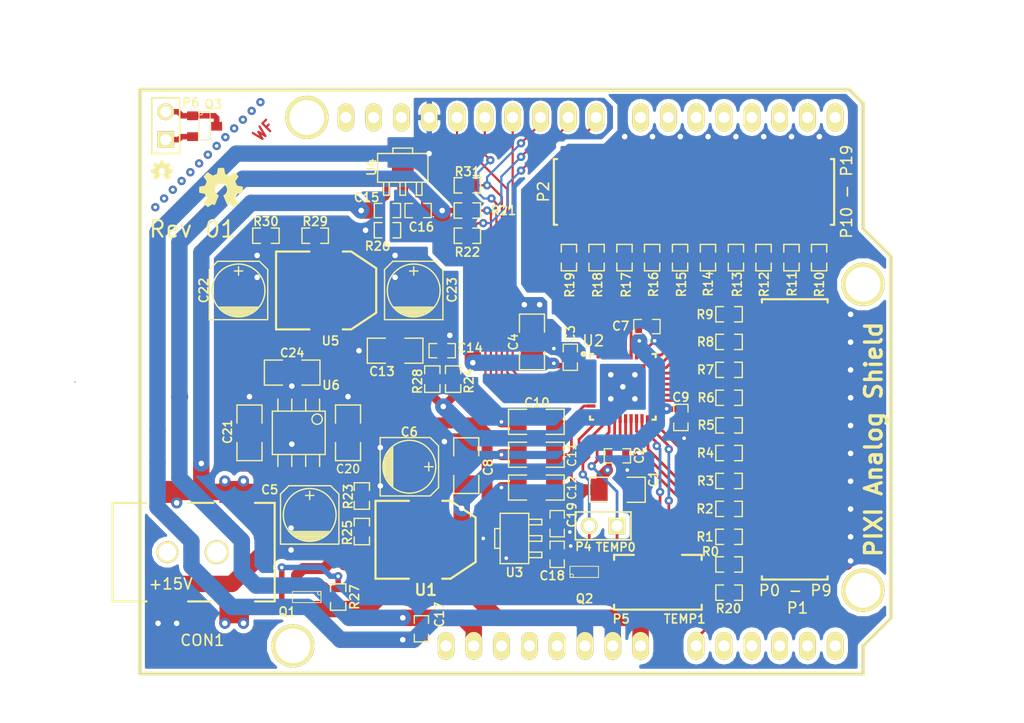
<source format=kicad_pcb>
(kicad_pcb (version 3) (host pcbnew "(2013-07-07 BZR 4022)-stable")
  (title_block (title "PCB, MAX11300 Analog Arduino Shield") (rev 01) (company "Wolfgang Friedrich"))
  (layers (15 F.Cu signal) (0 B.Cu signal) (18 B.Paste user) (19 F.Paste user) (20 B.SilkS user) (21 F.SilkS user) (22 B.Mask user) (23 F.Mask user) (28 Edge.Cuts user))
  (net 0 "")
  (net 1 +5VA)
  (net 2 -5VA)
  (net 3 -VAA)
  (net 4 /AD0)
  (net 5 /ADC_EXT_REF)
  (net 6 /ADC_INT_REF)
  (net 7 /AVSSIO)
  (net 8 /DAC_REF)
  (net 9 /MISO)
  (net 10 /MOSI)
  (net 11 /SCK)
  (net 12 /SW)
  (net 13 /T0+)
  (net 14 /T0-)
  (net 15 /T1+)
  (net 16 /T1-)
  (net 17 /VDD_IO)
  (net 18 /V_IN)
  (net 19 /nCNVT)
  (net 20 /nINT)
  (net 21 /nSS)
  (net 22 AGND)
  (net 23 DGND)
  (net 24 N-0000015)
  (net 25 N-0000016)
  (net 26 N-0000017)
  (net 27 N-0000018)
  (net 28 N-0000019)
  (net 29 N-0000020)
  (net 30 N-0000021)
  (net 31 N-0000022)
  (net 32 N-0000023)
  (net 33 N-0000024)
  (net 34 N-0000025)
  (net 35 N-0000026)
  (net 36 N-0000027)
  (net 37 N-0000028)
  (net 38 N-0000029)
  (net 39 N-000003)
  (net 40 N-0000030)
  (net 41 N-0000031)
  (net 42 N-0000032)
  (net 43 N-0000033)
  (net 44 N-0000034)
  (net 45 N-0000035)
  (net 46 N-0000038)
  (net 47 N-0000039)
  (net 48 N-000004)
  (net 49 N-000006)
  (net 50 N-0000063)
  (net 51 N-0000064)
  (net 52 N-0000065)
  (net 53 N-0000066)
  (net 54 N-0000067)
  (net 55 N-0000068)
  (net 56 N-0000069)
  (net 57 N-000007)
  (net 58 N-0000070)
  (net 59 N-0000071)
  (net 60 N-0000072)
  (net 61 N-0000073)
  (net 62 N-0000074)
  (net 63 N-0000075)
  (net 64 N-0000076)
  (net 65 N-0000077)
  (net 66 N-0000078)
  (net 67 N-000008)
  (net 68 N-0000084)
  (net 69 N-000009)
  (net 70 VAA)
  (net 71 VCC)
  (module QFN50P-60X60-41N (layer F.Cu) (at 188.1 95.8)
    (fp_text reference U2 (at -2.7 -4.2) (layer F.SilkS))
    (fp_text value MAX11300GTL+ hide)
    (pad PAD smd rect (at 0 0) (size 4.13 4.13) (layers F.Cu F.Paste F.Mask) (net 7 /AVSSIO))
    (pad 1 smd rect (at -2.95 -2.25) (size 0.7 0.3) (layers F.Cu F.Paste F.Mask) (net 23 DGND))
    (pad 2 smd rect (at -2.9 -1.75) (size 0.8 0.3) (layers F.Cu F.Paste F.Mask) (net 17 /VDD_IO))
    (pad 3 smd rect (at -2.9 -1.25) (size 0.8 0.3) (layers F.Cu F.Paste F.Mask) (net 10 /MOSI))
    (pad 4 smd rect (at -2.9 -0.75) (size 0.8 0.3) (layers F.Cu F.Paste F.Mask) (net 11 /SCK))
    (pad 5 smd rect (at -2.9 -0.25) (size 0.8 0.3) (layers F.Cu F.Paste F.Mask) (net 21 /nSS))
    (pad 6 smd rect (at -2.9 0.25) (size 0.8 0.3) (layers F.Cu F.Paste F.Mask) (net 9 /MISO))
    (pad 7 smd rect (at -2.9 0.75) (size 0.8 0.3) (layers F.Cu F.Paste F.Mask) (net 20 /nINT))
    (pad 8 smd rect (at -2.9 1.25) (size 0.8 0.3) (layers F.Cu F.Paste F.Mask) (net 19 /nCNVT))
    (pad 9 smd rect (at -2.9 1.75) (size 0.8 0.3) (layers F.Cu F.Paste F.Mask) (net 6 /ADC_INT_REF))
    (pad 10 smd rect (at -2.9 2.25) (size 0.8 0.3) (layers F.Cu F.Paste F.Mask) (net 5 /ADC_EXT_REF))
    (pad 11 smd rect (at -2.25 2.95 90) (size 0.7 0.3) (layers F.Cu F.Paste F.Mask) (net 8 /DAC_REF))
    (pad 12 smd rect (at -1.75 2.9 90) (size 0.8 0.3) (layers F.Cu F.Paste F.Mask) (net 13 /T0+))
    (pad 13 smd rect (at -1.25 2.9 90) (size 0.8 0.3) (layers F.Cu F.Paste F.Mask) (net 14 /T0-))
    (pad 14 smd rect (at -0.75 2.9 90) (size 0.8 0.3) (layers F.Cu F.Paste F.Mask) (net 1 +5VA))
    (pad 15 smd rect (at -0.25 2.9 90) (size 0.8 0.3) (layers F.Cu F.Paste F.Mask) (net 22 AGND))
    (pad 16 smd rect (at 0.25 2.9 90) (size 0.8 0.3) (layers F.Cu F.Paste F.Mask) (net 60 N-0000072))
    (pad 17 smd rect (at 0.75 2.9 90) (size 0.8 0.3) (layers F.Cu F.Paste F.Mask) (net 40 N-0000030))
    (pad 18 smd rect (at 1.25 2.9 90) (size 0.8 0.3) (layers F.Cu F.Paste F.Mask) (net 43 N-0000033))
    (pad 19 smd rect (at 1.75 2.9 90) (size 0.8 0.3) (layers F.Cu F.Paste F.Mask) (net 15 /T1+))
    (pad 20 smd rect (at 2.25 2.95 90) (size 0.7 0.3) (layers F.Cu F.Paste F.Mask) (net 16 /T1-))
    (pad 21 smd rect (at 2.95 2.25) (size 0.7 0.3) (layers F.Cu F.Paste F.Mask) (net 52 N-0000065))
    (pad 22 smd rect (at 2.9 1.75) (size 0.8 0.3) (layers F.Cu F.Paste F.Mask) (net 70 VAA))
    (pad 23 smd rect (at 2.9 1.25) (size 0.8 0.3) (layers F.Cu F.Paste F.Mask) (net 54 N-0000067))
    (pad 24 smd rect (at 2.9 0.75) (size 0.8 0.3) (layers F.Cu F.Paste F.Mask) (net 55 N-0000068))
    (pad 25 smd rect (at 2.9 0.25) (size 0.8 0.3) (layers F.Cu F.Paste F.Mask) (net 58 N-0000070))
    (pad 26 smd rect (at 2.9 -0.25) (size 0.8 0.3) (layers F.Cu F.Paste F.Mask) (net 27 N-0000018))
    (pad 27 smd rect (at 2.9 -0.75) (size 0.8 0.3) (layers F.Cu F.Paste F.Mask) (net 42 N-0000032))
    (pad 28 smd rect (at 2.9 -1.25) (size 0.8 0.3) (layers F.Cu F.Paste F.Mask) (net 64 N-0000076))
    (pad 29 smd rect (at 2.9 -1.75) (size 0.8 0.3) (layers F.Cu F.Paste F.Mask) (net 61 N-0000073))
    (pad 30 smd rect (at 2.95 -2.25) (size 0.7 0.3) (layers F.Cu F.Paste F.Mask) (net 50 N-0000063))
    (pad 31 smd rect (at 2.25 -2.95 90) (size 0.7 0.3) (layers F.Cu F.Paste F.Mask) (net 53 N-0000066))
    (pad 32 smd rect (at 1.75 -2.9 90) (size 0.8 0.3) (layers F.Cu F.Paste F.Mask) (net 22 AGND))
    (pad 33 smd rect (at 1.25 -2.9 90) (size 0.8 0.3) (layers F.Cu F.Paste F.Mask) (net 70 VAA))
    (pad 34 smd rect (at 0.75 -2.9 90) (size 0.8 0.3) (layers F.Cu F.Paste F.Mask) (net 56 N-0000069))
    (pad 35 smd rect (at 0.25 -2.9 90) (size 0.8 0.3) (layers F.Cu F.Paste F.Mask) (net 59 N-0000071))
    (pad 36 smd rect (at -0.25 -2.9 90) (size 0.8 0.3) (layers F.Cu F.Paste F.Mask) (net 62 N-0000074))
    (pad 37 smd rect (at -0.75 -2.9 90) (size 0.8 0.3) (layers F.Cu F.Paste F.Mask) (net 63 N-0000075))
    (pad 38 smd rect (at -1.25 -2.9 90) (size 0.8 0.3) (layers F.Cu F.Paste F.Mask) (net 65 N-0000077))
    (pad 39 smd rect (at -1.75 -2.9 90) (size 0.8 0.3) (layers F.Cu F.Paste F.Mask) (net 66 N-0000078))
    (pad 40 smd rect (at -2.25 -2.95 90) (size 0.7 0.3) (layers F.Cu F.Paste F.Mask) (net 51 N-0000064))
  )
  (module sot89 (layer F.Cu) (at 168 75.8)
    (fp_text reference U4 (at -2.85 -0.05 90) (layer F.SilkS) (effects (font (size 0.8 0.8))))
    (fp_text value 78L05 hide)
    (pad 1 smd rect (at -1.50114 1.89992) (size 0.70104 1.6002) (layers F.Cu F.Paste F.Mask) (net 71 VCC))
    (pad 2 smd rect (at 0 1.651) (size 0.70104 2.10058) (layers F.Cu F.Paste F.Mask) (net 23 DGND))
    (pad 3 smd rect (at 1.50114 1.89992) (size 0.70104 1.6002) (layers F.Cu F.Paste F.Mask) (net 17 /VDD_IO))
    (pad 2 smd rect (at 0 -0.7493) (size 1.99898 2.75082) (layers F.Cu F.Paste F.Mask) (net 23 DGND))
  )
  (module SOT23 (layer F.Cu) (at 184.6 112.7)
    (fp_text reference Q2 (at 0 2.45) (layer F.SilkS) (effects (font (size 0.8 0.8))))
    (fp_text value 3904 hide)
    (pad 3 smd rect (at 0 -1.09982) (size 0.8001 1.00076) (layers F.Cu F.Paste F.Mask) (net 13 /T0+))
    (pad 2 smd rect (at 0.9525 1.09982) (size 0.8001 1.00076) (layers F.Cu F.Paste F.Mask) (net 14 /T0-))
    (pad 1 smd rect (at -0.9525 1.09982) (size 0.8001 1.00076) (layers F.Cu F.Paste F.Mask) (net 13 /T0+))
  )
  (module SOT23 (layer F.Cu) (at 159.2 115 180)
    (fp_text reference Q1 (at 1.75 -1.35 180) (layer F.SilkS) (effects (font (size 0.8 0.8))))
    (fp_text value ZXMP6A13FTA hide)
    (pad D smd rect (at 0 -1.09982 180) (size 0.8001 1.00076) (layers F.Cu F.Paste F.Mask) (net 18 /V_IN))
    (pad S smd rect (at 0.9525 1.09982 180) (size 0.8001 1.00076) (layers F.Cu F.Paste F.Mask) (net 71 VCC))
    (pad G smd rect (at -0.9525 1.09982 180) (size 0.8001 1.00076) (layers F.Cu F.Paste F.Mask) (net 12 /SW))
  )
  (module SOT223 (layer F.Cu) (at 170.08 109.77 270)
    (fp_text reference U1 (at 4.58 -0.02 360) (layer F.SilkS) (effects (font (size 1.016 1.016) (thickness 0.2032))))
    (fp_text value LM1117 hide)
    (pad Tab smd rect (at 0 -3.302 270) (size 3.6576 2.032) (layers F.Cu F.Paste F.Mask) (net 70 VAA))
    (pad 2 smd rect (at 0 3.302 270) (size 1.016 2.032) (layers F.Cu F.Paste F.Mask) (net 70 VAA))
    (pad 3 smd rect (at 2.286 3.302 270) (size 1.016 2.032) (layers F.Cu F.Paste F.Mask) (net 71 VCC))
    (pad 1 smd rect (at -2.286 3.302 270) (size 1.016 2.032) (layers F.Cu F.Paste F.Mask) (net 68 N-0000084))
  )
  (module SOT223 (layer F.Cu) (at 161 87 270)
    (fp_text reference U5 (at 4.6 -0.4 360) (layer F.SilkS) (effects (font (size 0.8 0.8))))
    (fp_text value LM337 hide)
    (pad Tab smd rect (at 0 -3.302 270) (size 3.6576 2.032) (layers F.Cu F.Paste F.Mask) (net 3 -VAA))
    (pad 2 smd rect (at 0 3.302 270) (size 1.016 2.032) (layers F.Cu F.Paste F.Mask) (net 3 -VAA))
    (pad 3 smd rect (at 2.286 3.302 270) (size 1.016 2.032) (layers F.Cu F.Paste F.Mask) (net 2 -5VA))
    (pad 1 smd rect (at -2.286 3.302 270) (size 1.016 2.032) (layers F.Cu F.Paste F.Mask) (net 69 N-000009))
  )
  (module so-8 (layer F.Cu) (at 158.5 100 180)
    (fp_text reference U6 (at -2.95 4.35 180) (layer F.SilkS) (effects (font (size 0.8 0.8))))
    (fp_text value LM2663 hide)
    (pad 1 smd rect (at -1.905 2.794 180) (size 0.635 1.27) (layers F.Cu F.Paste F.Mask) (net 22 AGND))
    (pad 2 smd rect (at -0.635 2.794 180) (size 0.635 1.27) (layers F.Cu F.Paste F.Mask) (net 39 N-000003))
    (pad 3 smd rect (at 0.635 2.794 180) (size 0.635 1.27) (layers F.Cu F.Paste F.Mask) (net 22 AGND))
    (pad 4 smd rect (at 1.905 2.794 180) (size 0.635 1.27) (layers F.Cu F.Paste F.Mask) (net 48 N-000004))
    (pad 5 smd rect (at 1.905 -2.794 180) (size 0.635 1.27) (layers F.Cu F.Paste F.Mask) (net 2 -5VA))
    (pad 6 smd rect (at 0.635 -2.794 180) (size 0.635 1.27) (layers F.Cu F.Paste F.Mask) (net 22 AGND))
    (pad 7 smd rect (at -0.635 -2.794 180) (size 0.635 1.27) (layers F.Cu F.Paste F.Mask))
    (pad 8 smd rect (at -1.905 -2.794 180) (size 0.635 1.27) (layers F.Cu F.Paste F.Mask) (net 1 +5VA))
  )
  (module SM1206 (layer F.Cu) (at 154 100 90)
    (fp_text reference C21 (at 0.1 -2 90) (layer F.SilkS) (effects (font (size 0.762 0.762))))
    (fp_text value 10uF hide)
    (pad 1 smd rect (at -1.651 0 90) (size 1.524 2.032) (layers F.Cu F.Paste F.Mask) (net 2 -5VA))
    (pad 2 smd rect (at 1.651 0 90) (size 1.524 2.032) (layers F.Cu F.Paste F.Mask) (net 22 AGND))
  )
  (module SM1206 (layer F.Cu) (at 157.9 94.5 180)
    (fp_text reference C24 (at 0 1.8 180) (layer F.SilkS) (effects (font (size 0.762 0.762))))
    (fp_text value 10uF hide)
    (pad 1 smd rect (at -1.651 0 180) (size 1.524 2.032) (layers F.Cu F.Paste F.Mask) (net 39 N-000003))
    (pad 2 smd rect (at 1.651 0 180) (size 1.524 2.032) (layers F.Cu F.Paste F.Mask) (net 48 N-000004))
  )
  (module SM0603_Resistor (layer F.Cu) (at 203.5 84 90)
    (fp_text reference R11 (at -2.4 0.05 90) (layer F.SilkS) (effects (font (size 0.8 0.8))))
    (fp_text value 10.0R hide)
    (pad 1 smd rect (at -0.762 0 90) (size 0.635 1.143) (layers F.Cu F.Paste F.Mask) (net 50 N-0000063))
    (pad 2 smd rect (at 0.762 0 90) (size 0.635 1.143) (layers F.Cu F.Paste F.Mask) (net 24 N-0000015))
  )
  (module SM0603_Resistor (layer F.Cu) (at 193.325 84 90)
    (fp_text reference R15 (at -2.45 0.125 90) (layer F.SilkS) (effects (font (size 0.8 0.8))))
    (fp_text value 10.0R hide)
    (pad 1 smd rect (at -0.762 0 90) (size 0.635 1.143) (layers F.Cu F.Paste F.Mask) (net 62 N-0000074))
    (pad 2 smd rect (at 0.762 0 90) (size 0.635 1.143) (layers F.Cu F.Paste F.Mask) (net 26 N-0000017))
  )
  (module SM0603_Resistor (layer F.Cu) (at 198.425 84 90)
    (fp_text reference R13 (at -2.45 0.125 90) (layer F.SilkS) (effects (font (size 0.8 0.8))))
    (fp_text value 10.0R hide)
    (pad 1 smd rect (at -0.762 0 90) (size 0.635 1.143) (layers F.Cu F.Paste F.Mask) (net 56 N-0000069))
    (pad 2 smd rect (at 0.762 0 90) (size 0.635 1.143) (layers F.Cu F.Paste F.Mask) (net 25 N-0000016))
  )
  (module SM0603_Resistor (layer F.Cu) (at 197.8 99.325 180)
    (fp_text reference R5 (at 2.1 0.025 180) (layer F.SilkS) (effects (font (size 0.8 0.8))))
    (fp_text value 10.0R hide)
    (pad 1 smd rect (at -0.762 0 180) (size 0.635 1.143) (layers F.Cu F.Paste F.Mask) (net 34 N-0000025))
    (pad 2 smd rect (at 0.762 0 180) (size 0.635 1.143) (layers F.Cu F.Paste F.Mask) (net 55 N-0000068))
  )
  (module SM0603_Resistor (layer F.Cu) (at 197.8 101.85 180)
    (fp_text reference R4 (at 2.15 0 180) (layer F.SilkS) (effects (font (size 0.8 0.8))))
    (fp_text value 10.0R hide)
    (pad 1 smd rect (at -0.762 0 180) (size 0.635 1.143) (layers F.Cu F.Paste F.Mask) (net 33 N-0000024))
    (pad 2 smd rect (at 0.762 0 180) (size 0.635 1.143) (layers F.Cu F.Paste F.Mask) (net 54 N-0000067))
  )
  (module SM0603_Resistor (layer F.Cu) (at 173.9 77.4)
    (fp_text reference R31 (at 0 -1.25) (layer F.SilkS) (effects (font (size 0.8 0.8))))
    (fp_text value 4K7 hide)
    (pad 1 smd rect (at -0.762 0) (size 0.635 1.143) (layers F.Cu F.Paste F.Mask) (net 17 /VDD_IO))
    (pad 2 smd rect (at 0.762 0) (size 0.635 1.143) (layers F.Cu F.Paste F.Mask) (net 21 /nSS))
  )
  (module SM0603_Resistor (layer F.Cu) (at 188.25 84 90)
    (fp_text reference R17 (at -2.5 0.15 90) (layer F.SilkS) (effects (font (size 0.8 0.8))))
    (fp_text value 10.0R hide)
    (pad 1 smd rect (at -0.762 0 90) (size 0.635 1.143) (layers F.Cu F.Paste F.Mask) (net 65 N-0000077))
    (pad 2 smd rect (at 0.762 0 90) (size 0.635 1.143) (layers F.Cu F.Paste F.Mask) (net 37 N-0000028))
  )
  (module SM0603_Resistor (layer F.Cu) (at 183.175 84 90)
    (fp_text reference R19 (at -2.5 0.075 90) (layer F.SilkS) (effects (font (size 0.8 0.8))))
    (fp_text value 10.0R hide)
    (pad 1 smd rect (at -0.762 0 90) (size 0.635 1.143) (layers F.Cu F.Paste F.Mask) (net 51 N-0000064))
    (pad 2 smd rect (at 0.762 0 90) (size 0.635 1.143) (layers F.Cu F.Paste F.Mask) (net 38 N-0000029))
  )
  (module SM0603_Resistor (layer F.Cu) (at 172.6 95.1 270)
    (fp_text reference R24 (at 0.15 -1.45 270) (layer F.SilkS) (effects (font (size 0.8 0.8))))
    (fp_text value 0R hide)
    (pad 1 smd rect (at -0.762 0 270) (size 0.635 1.143) (layers F.Cu F.Paste F.Mask) (net 22 AGND))
    (pad 2 smd rect (at 0.762 0 270) (size 0.635 1.143) (layers F.Cu F.Paste F.Mask) (net 7 /AVSSIO))
  )
  (module SM0603_Resistor (layer F.Cu) (at 164.26 105.77 90)
    (fp_text reference R23 (at -0.05 -1.24 90) (layer F.SilkS) (effects (font (size 0.8 0.8))))
    (fp_text value 1K04 hide)
    (pad 1 smd rect (at -0.762 0 90) (size 0.635 1.143) (layers F.Cu F.Paste F.Mask) (net 68 N-0000084))
    (pad 2 smd rect (at 0.762 0 90) (size 0.635 1.143) (layers F.Cu F.Paste F.Mask) (net 22 AGND))
  )
  (module SM0603_Resistor (layer F.Cu) (at 164.26 109.02 90)
    (fp_text reference R25 (at -0.1 -1.32 90) (layer F.SilkS) (effects (font (size 0.8 0.8))))
    (fp_text value 120R hide)
    (pad 1 smd rect (at -0.762 0 90) (size 0.635 1.143) (layers F.Cu F.Paste F.Mask) (net 70 VAA))
    (pad 2 smd rect (at 0.762 0 90) (size 0.635 1.143) (layers F.Cu F.Paste F.Mask) (net 68 N-0000084))
  )
  (module SM0603_Resistor (layer F.Cu) (at 162.1 115 270)
    (fp_text reference R27 (at 0 -1.5 270) (layer F.SilkS) (effects (font (size 0.8 0.8))))
    (fp_text value 4K7 hide)
    (pad 1 smd rect (at -0.762 0 270) (size 0.635 1.143) (layers F.Cu F.Paste F.Mask) (net 12 /SW))
    (pad 2 smd rect (at 0.762 0 270) (size 0.635 1.143) (layers F.Cu F.Paste F.Mask) (net 18 /V_IN))
  )
  (module SM0603_Resistor (layer F.Cu) (at 197.8 89.175 180)
    (fp_text reference R9 (at 2.2 -0.025 180) (layer F.SilkS) (effects (font (size 0.8 0.8))))
    (fp_text value 10.0R hide)
    (pad 1 smd rect (at -0.762 0 180) (size 0.635 1.143) (layers F.Cu F.Paste F.Mask) (net 44 N-0000034))
    (pad 2 smd rect (at 0.762 0 180) (size 0.635 1.143) (layers F.Cu F.Paste F.Mask) (net 64 N-0000076))
  )
  (module SM0603_Resistor (layer F.Cu) (at 200.95 84 90)
    (fp_text reference R12 (at -2.45 0.05 90) (layer F.SilkS) (effects (font (size 0.8 0.8))))
    (fp_text value 10.0R hide)
    (pad 1 smd rect (at -0.762 0 90) (size 0.635 1.143) (layers F.Cu F.Paste F.Mask) (net 53 N-0000066))
    (pad 2 smd rect (at 0.762 0 90) (size 0.635 1.143) (layers F.Cu F.Paste F.Mask) (net 45 N-0000035))
  )
  (module SM0603_Resistor (layer F.Cu) (at 195.875 84 90)
    (fp_text reference R14 (at -2.4 0.025 90) (layer F.SilkS) (effects (font (size 0.8 0.8))))
    (fp_text value 10.0R hide)
    (pad 1 smd rect (at -0.762 0 90) (size 0.635 1.143) (layers F.Cu F.Paste F.Mask) (net 59 N-0000071))
    (pad 2 smd rect (at 0.762 0 90) (size 0.635 1.143) (layers F.Cu F.Paste F.Mask) (net 28 N-0000019))
  )
  (module SM0603_Resistor (layer F.Cu) (at 190.775 84 90)
    (fp_text reference R16 (at -2.45 0.125 90) (layer F.SilkS) (effects (font (size 0.8 0.8))))
    (fp_text value 10.0R hide)
    (pad 1 smd rect (at -0.762 0 90) (size 0.635 1.143) (layers F.Cu F.Paste F.Mask) (net 63 N-0000075))
    (pad 2 smd rect (at 0.762 0 90) (size 0.635 1.143) (layers F.Cu F.Paste F.Mask) (net 29 N-0000020))
  )
  (module SM0603_Resistor (layer F.Cu) (at 185.7 84 90)
    (fp_text reference R18 (at -2.5 0.1 90) (layer F.SilkS) (effects (font (size 0.8 0.8))))
    (fp_text value 10.0R hide)
    (pad 1 smd rect (at -0.762 0 90) (size 0.635 1.143) (layers F.Cu F.Paste F.Mask) (net 66 N-0000078))
    (pad 2 smd rect (at 0.762 0 90) (size 0.635 1.143) (layers F.Cu F.Paste F.Mask) (net 30 N-0000021))
  )
  (module SM0603_Resistor (layer F.Cu) (at 197.8 106.95 180)
    (fp_text reference R2 (at 2.2 0 180) (layer F.SilkS) (effects (font (size 0.8 0.8))))
    (fp_text value 10.0R hide)
    (pad 1 smd rect (at -0.762 0 180) (size 0.635 1.143) (layers F.Cu F.Paste F.Mask) (net 67 N-000008))
    (pad 2 smd rect (at 0.762 0 180) (size 0.635 1.143) (layers F.Cu F.Paste F.Mask) (net 43 N-0000033))
  )
  (module SM0603_Resistor (layer F.Cu) (at 197.8 104.4 180)
    (fp_text reference R3 (at 2.15 0 180) (layer F.SilkS) (effects (font (size 0.8 0.8))))
    (fp_text value 10.0R hide)
    (pad 1 smd rect (at -0.762 0 180) (size 0.635 1.143) (layers F.Cu F.Paste F.Mask) (net 41 N-0000031))
    (pad 2 smd rect (at 0.762 0 180) (size 0.635 1.143) (layers F.Cu F.Paste F.Mask) (net 52 N-0000065))
  )
  (module SM0603_Resistor (layer F.Cu) (at 197.8 91.7 180)
    (fp_text reference R8 (at 2.15 0 180) (layer F.SilkS) (effects (font (size 0.8 0.8))))
    (fp_text value 10.0R hide)
    (pad 1 smd rect (at -0.762 0 180) (size 0.635 1.143) (layers F.Cu F.Paste F.Mask) (net 36 N-0000027))
    (pad 2 smd rect (at 0.762 0 180) (size 0.635 1.143) (layers F.Cu F.Paste F.Mask) (net 42 N-0000032))
  )
  (module SM0603_Resistor (layer F.Cu) (at 166.6 81.5)
    (fp_text reference R26 (at -0.9 1.45) (layer F.SilkS) (effects (font (size 0.8 0.8))))
    (fp_text value 0R hide)
    (pad 1 smd rect (at -0.762 0) (size 0.635 1.143) (layers F.Cu F.Paste F.Mask) (net 22 AGND))
    (pad 2 smd rect (at 0.762 0) (size 0.635 1.143) (layers F.Cu F.Paste F.Mask) (net 23 DGND))
  )
  (module SM0603_Resistor (layer F.Cu) (at 170.7 95.1 270)
    (fp_text reference R28 (at 0.2 1.35 270) (layer F.SilkS) (effects (font (size 0.8 0.8))))
    (fp_text value 0R hide)
    (pad 1 smd rect (at -0.762 0 270) (size 0.635 1.143) (layers F.Cu F.Paste F.Mask) (net 3 -VAA))
    (pad 2 smd rect (at 0.762 0 270) (size 0.635 1.143) (layers F.Cu F.Paste F.Mask) (net 7 /AVSSIO))
  )
  (module SM0603_Resistor (layer F.Cu) (at 160 82 180)
    (fp_text reference R29 (at 0 1.3 180) (layer F.SilkS) (effects (font (size 0.8 0.8))))
    (fp_text value 120R hide)
    (pad 1 smd rect (at -0.762 0 180) (size 0.635 1.143) (layers F.Cu F.Paste F.Mask) (net 3 -VAA))
    (pad 2 smd rect (at 0.762 0 180) (size 0.635 1.143) (layers F.Cu F.Paste F.Mask) (net 69 N-000009))
  )
  (module SM0603_Resistor (layer F.Cu) (at 155.5 82 180)
    (fp_text reference R30 (at 0 1.3 180) (layer F.SilkS) (effects (font (size 0.8 0.8))))
    (fp_text value 120R hide)
    (pad 1 smd rect (at -0.762 0 180) (size 0.635 1.143) (layers F.Cu F.Paste F.Mask) (net 69 N-000009))
    (pad 2 smd rect (at 0.762 0 180) (size 0.635 1.143) (layers F.Cu F.Paste F.Mask) (net 22 AGND))
  )
  (module SM0603_Resistor (layer F.Cu) (at 206.025 84 90)
    (fp_text reference R10 (at -2.45 0.025 90) (layer F.SilkS) (effects (font (size 0.8 0.8))))
    (fp_text value 10.0R hide)
    (pad 1 smd rect (at -0.762 0 90) (size 0.635 1.143) (layers F.Cu F.Paste F.Mask) (net 61 N-0000073))
    (pad 2 smd rect (at 0.762 0 90) (size 0.635 1.143) (layers F.Cu F.Paste F.Mask) (net 31 N-0000022))
  )
  (module SM0603_Resistor (layer F.Cu) (at 197.8 94.25 180)
    (fp_text reference R7 (at 2.15 0 180) (layer F.SilkS) (effects (font (size 0.8 0.8))))
    (fp_text value 10.0R hide)
    (pad 1 smd rect (at -0.762 0 180) (size 0.635 1.143) (layers F.Cu F.Paste F.Mask) (net 32 N-0000023))
    (pad 2 smd rect (at 0.762 0 180) (size 0.635 1.143) (layers F.Cu F.Paste F.Mask) (net 27 N-0000018))
  )
  (module SM0603_Resistor (layer F.Cu) (at 197.8 96.8 180)
    (fp_text reference R6 (at 2.1 0 180) (layer F.SilkS) (effects (font (size 0.8 0.8))))
    (fp_text value 10.0R hide)
    (pad 1 smd rect (at -0.762 0 180) (size 0.635 1.143) (layers F.Cu F.Paste F.Mask) (net 35 N-0000026))
    (pad 2 smd rect (at 0.762 0 180) (size 0.635 1.143) (layers F.Cu F.Paste F.Mask) (net 58 N-0000070))
  )
  (module SM0603_Capa (layer F.Cu) (at 182.1 108.3 270)
    (fp_text reference C19 (at -0.8 -1.35 270) (layer F.SilkS) (effects (font (size 0.8 0.8))))
    (fp_text value 100nF hide)
    (pad 1 smd rect (at -0.762 0 270) (size 0.635 1.143) (layers F.Cu F.Paste F.Mask) (net 1 +5VA))
    (pad 2 smd rect (at 0.762 0 270) (size 0.635 1.143) (layers F.Cu F.Paste F.Mask) (net 22 AGND))
  )
  (module SM0603_Capa (layer F.Cu) (at 190.3 90.3)
    (fp_text reference C7 (at -2.4 -0.05) (layer F.SilkS) (effects (font (size 0.8 0.8))))
    (fp_text value 100nF hide)
    (pad 1 smd rect (at -0.762 0) (size 0.635 1.143) (layers F.Cu F.Paste F.Mask) (net 70 VAA))
    (pad 2 smd rect (at 0.762 0) (size 0.635 1.143) (layers F.Cu F.Paste F.Mask) (net 22 AGND))
  )
  (module SM0603_Capa (layer F.Cu) (at 171.6 92.5 180)
    (fp_text reference C14 (at -2.55 0.25 180) (layer F.SilkS) (effects (font (size 0.8 0.8))))
    (fp_text value 100nF hide)
    (pad 1 smd rect (at -0.762 0 180) (size 0.635 1.143) (layers F.Cu F.Paste F.Mask) (net 22 AGND))
    (pad 2 smd rect (at 0.762 0 180) (size 0.635 1.143) (layers F.Cu F.Paste F.Mask) (net 3 -VAA))
  )
  (module SM0603_Capa (layer F.Cu) (at 187.6 102.1)
    (fp_text reference C2 (at 2 -0.05 90) (layer F.SilkS) (effects (font (size 0.8 0.8))))
    (fp_text value 100nF hide)
    (pad 1 smd rect (at -0.762 0) (size 0.635 1.143) (layers F.Cu F.Paste F.Mask) (net 1 +5VA))
    (pad 2 smd rect (at 0.762 0) (size 0.635 1.143) (layers F.Cu F.Paste F.Mask) (net 22 AGND))
  )
  (module SM0603_Capa (layer F.Cu) (at 193.4 98.6 270)
    (fp_text reference C9 (at -1.85 0 360) (layer F.SilkS) (effects (font (size 0.8 0.8))))
    (fp_text value 100nF hide)
    (pad 1 smd rect (at -0.762 0 270) (size 0.635 1.143) (layers F.Cu F.Paste F.Mask) (net 70 VAA))
    (pad 2 smd rect (at 0.762 0 270) (size 0.635 1.143) (layers F.Cu F.Paste F.Mask) (net 22 AGND))
  )
  (module SM0603_Capa (layer F.Cu) (at 183.3 93.1 90)
    (fp_text reference C3 (at 2.15 0 90) (layer F.SilkS) (effects (font (size 0.8 0.8))))
    (fp_text value 100nF hide)
    (pad 1 smd rect (at -0.762 0 90) (size 0.635 1.143) (layers F.Cu F.Paste F.Mask) (net 17 /VDD_IO))
    (pad 2 smd rect (at 0.762 0 90) (size 0.635 1.143) (layers F.Cu F.Paste F.Mask) (net 23 DGND))
  )
  (module SM0603_Capa (layer F.Cu) (at 166.6 79.7)
    (fp_text reference C15 (at -1.9 -1.2) (layer F.SilkS) (effects (font (size 0.8 0.8))))
    (fp_text value 330nF hide)
    (pad 1 smd rect (at -0.762 0) (size 0.635 1.143) (layers F.Cu F.Paste F.Mask) (net 71 VCC))
    (pad 2 smd rect (at 0.762 0) (size 0.635 1.143) (layers F.Cu F.Paste F.Mask) (net 23 DGND))
  )
  (module SM0603_Capa (layer F.Cu) (at 169.4 79.7 180)
    (fp_text reference C16 (at -0.3 -1.5 180) (layer F.SilkS) (effects (font (size 0.8 0.8))))
    (fp_text value 100nF hide)
    (pad 1 smd rect (at -0.762 0 180) (size 0.635 1.143) (layers F.Cu F.Paste F.Mask) (net 17 /VDD_IO))
    (pad 2 smd rect (at 0.762 0 180) (size 0.635 1.143) (layers F.Cu F.Paste F.Mask) (net 23 DGND))
  )
  (module c_elec_5x5.8 (layer F.Cu) (at 153 87 90)
    (fp_text reference C22 (at 0 -3.175 90) (layer F.SilkS) (effects (font (size 0.8 0.8))))
    (fp_text value 10uF hide)
    (pad 1 smd rect (at 2.19964 0 90) (size 2.99974 1.6002) (layers F.Cu F.Paste F.Mask) (net 22 AGND))
    (pad 2 smd rect (at -2.19964 0 90) (size 2.99974 1.6002) (layers F.Cu F.Paste F.Mask) (net 2 -5VA))
  )
  (module c_elec_5x5.8 (layer F.Cu) (at 169 87 90)
    (fp_text reference C23 (at 0.05 3.5 90) (layer F.SilkS) (effects (font (size 0.8 0.8))))
    (fp_text value 47uF hide)
    (pad 1 smd rect (at 2.19964 0 90) (size 2.99974 1.6002) (layers F.Cu F.Paste F.Mask) (net 22 AGND))
    (pad 2 smd rect (at -2.19964 0 90) (size 2.99974 1.6002) (layers F.Cu F.Paste F.Mask) (net 3 -VAA))
  )
  (module c_elec_5x5.8 (layer F.Cu) (at 168.6 103.1)
    (fp_text reference C6 (at 0 -3.175) (layer F.SilkS) (effects (font (size 0.8 0.8))))
    (fp_text value 47uF hide)
    (pad 1 smd rect (at 2.19964 0) (size 2.99974 1.6002) (layers F.Cu F.Paste F.Mask) (net 70 VAA))
    (pad 2 smd rect (at -2.19964 0) (size 2.99974 1.6002) (layers F.Cu F.Paste F.Mask) (net 22 AGND))
  )
  (module c_elec_5x5.8 (layer F.Cu) (at 159.5 107.5 90)
    (fp_text reference C5 (at 2.3 -3.65 180) (layer F.SilkS) (effects (font (size 0.8 0.8))))
    (fp_text value 10uF hide)
    (pad 1 smd rect (at 2.19964 0 90) (size 2.99974 1.6002) (layers F.Cu F.Paste F.Mask) (net 71 VCC))
    (pad 2 smd rect (at -2.19964 0 90) (size 2.99974 1.6002) (layers F.Cu F.Paste F.Mask) (net 22 AGND))
  )
  (module ADAM_ADC-028 (layer F.Cu) (at 151 110.9)
    (fp_text reference CON1 (at -1.3 8.05) (layer F.SilkS))
    (fp_text value +15V (at -4.2 2.9) (layer F.SilkS))
    (pad 1 smd rect (at 1.6 -5.5) (size 2.7 2) (layers F.Cu F.Paste F.Mask) (net 71 VCC))
    (pad 3 smd rect (at 1.6 5.5) (size 2.7 2) (layers F.Cu F.Paste F.Mask) (net 12 /SW))
    (pad 2 smd rect (at -4.5 5.5) (size 2.7 2) (layers F.Cu F.Paste F.Mask) (net 22 AGND))
    (pad 1 smd rect (at -4.5 -5.5) (size 2.7 2) (layers F.Cu F.Paste F.Mask) (net 71 VCC))
    (pad "" thru_hole circle (at 0 0) (size 2.1844 2.1844) (drill 1.8) (layers *.Cu *.Mask F.SilkS))
    (pad "" thru_hole circle (at -4.5 0) (size 2.0066 2.0066) (drill 1.6) (layers *.Cu *.Mask F.SilkS))
  )
  (module ARDUINO_SHIELD_rev03 (layer F.Cu) (at 144 122)
    (fp_text reference SHIELD1 hide)
    (fp_text value "PIXI Analog Shield" (at 67 -21.4 90) (layer F.SilkS) (effects (font (size 1.524 1.524) (thickness 0.3048))))
    (pad AD5 thru_hole oval (at 63.5 -2.54 90) (size 2.54 1.524) (drill 1.016) (layers *.Cu *.Mask F.SilkS))
    (pad AD4 thru_hole oval (at 60.96 -2.54 90) (size 2.54 1.524) (drill 1.016) (layers *.Cu *.Mask F.SilkS))
    (pad AD3 thru_hole oval (at 58.42 -2.54 90) (size 2.54 1.524) (drill 1.016) (layers *.Cu *.Mask F.SilkS))
    (pad AD0 thru_hole oval (at 50.8 -2.54 90) (size 2.54 1.524) (drill 1.016) (layers *.Cu *.Mask F.SilkS) (net 4 /AD0))
    (pad AD1 thru_hole oval (at 53.34 -2.54 90) (size 2.54 1.524) (drill 1.016) (layers *.Cu *.Mask F.SilkS))
    (pad AD2 thru_hole oval (at 55.88 -2.54 90) (size 2.54 1.524) (drill 1.016) (layers *.Cu *.Mask F.SilkS))
    (pad V_IN thru_hole oval (at 45.72 -2.54 90) (size 2.54 1.524) (drill 1.016) (layers *.Cu *.Mask F.SilkS) (net 18 /V_IN))
    (pad GND2 thru_hole oval (at 43.18 -2.54 90) (size 2.54 1.524) (drill 1.016) (layers *.Cu *.Mask F.SilkS) (net 23 DGND))
    (pad GND1 thru_hole oval (at 40.64 -2.54 90) (size 2.54 1.524) (drill 1.016) (layers *.Cu *.Mask F.SilkS) (net 23 DGND))
    (pad 3V3 thru_hole oval (at 35.56 -2.54 90) (size 2.54 1.524) (drill 1.016) (layers *.Cu *.Mask F.SilkS))
    (pad RST thru_hole oval (at 33.02 -2.54 90) (size 2.54 1.524) (drill 1.016) (layers *.Cu *.Mask F.SilkS))
    (pad 0 thru_hole oval (at 63.5 -50.8 90) (size 2.54 1.524) (drill 1.016) (layers *.Cu *.Mask F.SilkS))
    (pad 1 thru_hole oval (at 60.96 -50.8 90) (size 2.54 1.524) (drill 1.016) (layers *.Cu *.Mask F.SilkS))
    (pad 2 thru_hole oval (at 58.42 -50.8 90) (size 2.54 1.524) (drill 1.016) (layers *.Cu *.Mask F.SilkS))
    (pad 3 thru_hole oval (at 55.88 -50.8 90) (size 2.54 1.524) (drill 1.016) (layers *.Cu *.Mask F.SilkS))
    (pad 4 thru_hole oval (at 53.34 -50.8 90) (size 2.54 1.524) (drill 1.016) (layers *.Cu *.Mask F.SilkS))
    (pad 5 thru_hole oval (at 50.8 -50.8 90) (size 2.54 1.524) (drill 1.016) (layers *.Cu *.Mask F.SilkS))
    (pad 6 thru_hole oval (at 48.26 -50.8 90) (size 2.54 1.524) (drill 1.016) (layers *.Cu *.Mask F.SilkS))
    (pad 7 thru_hole oval (at 45.72 -50.8 90) (size 2.54 1.524) (drill 1.016) (layers *.Cu *.Mask F.SilkS))
    (pad 8 thru_hole oval (at 41.656 -50.8 90) (size 2.54 1.524) (drill 1.016) (layers *.Cu *.Mask F.SilkS) (net 19 /nCNVT))
    (pad 9 thru_hole oval (at 39.116 -50.8 90) (size 2.54 1.524) (drill 1.016) (layers *.Cu *.Mask F.SilkS) (net 20 /nINT))
    (pad 10 thru_hole oval (at 36.576 -50.8 90) (size 2.54 1.524) (drill 1.016) (layers *.Cu *.Mask F.SilkS) (net 21 /nSS))
    (pad 11 thru_hole oval (at 34.036 -50.8 90) (size 2.54 1.524) (drill 1.016) (layers *.Cu *.Mask F.SilkS) (net 10 /MOSI))
    (pad 12 thru_hole oval (at 31.496 -50.8 90) (size 2.54 1.524) (drill 1.016) (layers *.Cu *.Mask F.SilkS) (net 9 /MISO))
    (pad 13 thru_hole oval (at 28.956 -50.8 90) (size 2.54 1.524) (drill 1.016) (layers *.Cu *.Mask F.SilkS) (net 11 /SCK))
    (pad GND3 thru_hole oval (at 26.416 -50.8 90) (size 2.54 1.524) (drill 1.016) (layers *.Cu *.Mask F.SilkS) (net 23 DGND))
    (pad AREF thru_hole oval (at 23.876 -50.8 90) (size 2.54 1.524) (drill 1.016) (layers *.Cu *.Mask F.SilkS))
    (pad 5V thru_hole oval (at 38.1 -2.54 90) (size 2.54 1.524) (drill 1.016) (layers *.Cu *.Mask F.SilkS))
    (pad "" thru_hole circle (at 66.04 -7.62 90) (size 3.937 3.937) (drill 3.175) (layers *.Cu *.Mask F.SilkS))
    (pad "" thru_hole circle (at 66.04 -35.56 90) (size 3.937 3.937) (drill 3.175) (layers *.Cu *.Mask F.SilkS))
    (pad "" thru_hole circle (at 15.24 -50.8 90) (size 3.937 3.937) (drill 3.175) (layers *.Cu *.Mask F.SilkS))
    (pad "" thru_hole circle (at 13.97 -2.54 90) (size 3.937 3.937) (drill 3.175) (layers *.Cu *.Mask F.SilkS))
    (pad VIO thru_hole oval (at 30.48 -2.54 90) (size 2.54 1.524) (drill 1.016) (layers *.Cu *.Mask F.SilkS) (net 17 /VDD_IO))
    (pad "" thru_hole oval (at 27.94 -2.54 90) (size 2.54 1.524) (drill 1.016) (layers *.Cu *.Mask F.SilkS))
    (pad SDA thru_hole oval (at 21.336 -50.8 90) (size 2.54 1.524) (drill 1.016) (layers *.Cu *.Mask F.SilkS))
    (pad SCL thru_hole oval (at 18.796 -50.8 90) (size 2.54 1.524) (drill 1.016) (layers *.Cu *.Mask F.SilkS))
  )
  (module SM0603_Resistor (layer F.Cu) (at 197.8 112.025 180)
    (fp_text reference R0 (at 1.7 1.175 180) (layer F.SilkS) (effects (font (size 0.8 0.8))))
    (fp_text value 10.0R hide)
    (pad 1 smd rect (at -0.762 0 180) (size 0.635 1.143) (layers F.Cu F.Paste F.Mask) (net 49 N-000006))
    (pad 2 smd rect (at 0.762 0 180) (size 0.635 1.143) (layers F.Cu F.Paste F.Mask) (net 60 N-0000072))
  )
  (module SM0603_Resistor (layer F.Cu) (at 197.8 109.5 180)
    (fp_text reference R1 (at 2.2 0 180) (layer F.SilkS) (effects (font (size 0.8 0.8))))
    (fp_text value 10.0R hide)
    (pad 1 smd rect (at -0.762 0 180) (size 0.635 1.143) (layers F.Cu F.Paste F.Mask) (net 57 N-000007))
    (pad 2 smd rect (at 0.762 0 180) (size 0.635 1.143) (layers F.Cu F.Paste F.Mask) (net 40 N-0000030))
  )
  (module SM1206 (layer F.Cu) (at 180.2 105 180)
    (fp_text reference C12 (at -3.25 0 270) (layer F.SilkS) (effects (font (size 0.762 0.762) (thickness 0.127))))
    (fp_text value 10uF hide)
    (pad 1 smd rect (at -1.651 0 180) (size 1.524 2.032) (layers F.Cu F.Paste F.Mask) (net 8 /DAC_REF))
    (pad 2 smd rect (at 1.651 0 180) (size 1.524 2.032) (layers F.Cu F.Paste F.Mask) (net 22 AGND))
  )
  (module SM1206 (layer F.Cu) (at 180.2 102 180)
    (fp_text reference C11 (at -3.25 0 270) (layer F.SilkS) (effects (font (size 0.762 0.762) (thickness 0.127))))
    (fp_text value 10uF hide)
    (pad 1 smd rect (at -1.651 0 180) (size 1.524 2.032) (layers F.Cu F.Paste F.Mask) (net 5 /ADC_EXT_REF))
    (pad 2 smd rect (at 1.651 0 180) (size 1.524 2.032) (layers F.Cu F.Paste F.Mask) (net 22 AGND))
  )
  (module SM1206 (layer F.Cu) (at 180.2 99 180)
    (fp_text reference C10 (at -0.05 1.75 180) (layer F.SilkS) (effects (font (size 0.8 0.8))))
    (fp_text value 10uF hide)
    (pad 1 smd rect (at -1.651 0 180) (size 1.524 2.032) (layers F.Cu F.Paste F.Mask) (net 6 /ADC_INT_REF))
    (pad 2 smd rect (at 1.651 0 180) (size 1.524 2.032) (layers F.Cu F.Paste F.Mask) (net 22 AGND))
  )
  (module SM1206 (layer F.Cu) (at 179.8 91.7 90)
    (fp_text reference C4 (at 0 -1.7 90) (layer F.SilkS) (effects (font (size 0.8 0.8))))
    (fp_text value 10uF hide)
    (pad 1 smd rect (at -1.651 0 90) (size 1.524 2.032) (layers F.Cu F.Paste F.Mask) (net 17 /VDD_IO))
    (pad 2 smd rect (at 1.651 0 90) (size 1.524 2.032) (layers F.Cu F.Paste F.Mask) (net 23 DGND))
  )
  (module SM1206 (layer F.Cu) (at 187.6 105.2)
    (fp_text reference C1 (at 3.3 -1 90) (layer F.SilkS) (effects (font (size 0.8 0.8))))
    (fp_text value 10uF hide)
    (pad 1 smd rect (at -1.651 0) (size 1.524 2.032) (layers F.Cu F.Paste F.Mask) (net 1 +5VA))
    (pad 2 smd rect (at 1.651 0) (size 1.524 2.032) (layers F.Cu F.Paste F.Mask) (net 22 AGND))
  )
  (module Molex_015912200 (layer F.Cu) (at 203.8 100.6 90)
    (fp_text reference P1 (at -15.4 0.25 180) (layer F.SilkS))
    (fp_text value "P0 - P9" (at -13.8 0.05 180) (layer F.SilkS))
    (pad 1 smd rect (at -11.43 2.286 90) (size 1.28 3.68) (layers F.Cu F.Paste F.Mask) (net 22 AGND))
    (pad 3 smd rect (at -8.89 2.286 90) (size 1.28 3.68) (layers F.Cu F.Paste F.Mask) (net 22 AGND))
    (pad 2 smd rect (at -11.43 -2.286 90) (size 1.28 3.68) (layers F.Cu F.Paste F.Mask) (net 49 N-000006))
    (pad 4 smd rect (at -8.89 -2.286 90) (size 1.28 3.68) (layers F.Cu F.Paste F.Mask) (net 57 N-000007))
    (pad 5 smd rect (at -6.35 2.286 90) (size 1.28 3.68) (layers F.Cu F.Paste F.Mask) (net 22 AGND))
    (pad 6 smd rect (at -6.35 -2.286 90) (size 1.28 3.68) (layers F.Cu F.Paste F.Mask) (net 67 N-000008))
    (pad 7 smd rect (at -3.81 2.286 90) (size 1.28 3.68) (layers F.Cu F.Paste F.Mask) (net 22 AGND))
    (pad 8 smd rect (at -3.81 -2.286 90) (size 1.28 3.68) (layers F.Cu F.Paste F.Mask) (net 41 N-0000031))
    (pad 9 smd rect (at -1.27 2.286 90) (size 1.28 3.68) (layers F.Cu F.Paste F.Mask) (net 22 AGND))
    (pad 10 smd rect (at -1.27 -2.286 90) (size 1.28 3.68) (layers F.Cu F.Paste F.Mask) (net 33 N-0000024))
    (pad 11 smd rect (at 1.27 2.286 90) (size 1.28 3.68) (layers F.Cu F.Paste F.Mask) (net 22 AGND))
    (pad 12 smd rect (at 1.27 -2.286 90) (size 1.28 3.68) (layers F.Cu F.Paste F.Mask) (net 34 N-0000025))
    (pad 13 smd rect (at 3.81 2.286 90) (size 1.28 3.68) (layers F.Cu F.Paste F.Mask) (net 22 AGND))
    (pad 14 smd rect (at 3.81 -2.286 90) (size 1.28 3.68) (layers F.Cu F.Paste F.Mask) (net 35 N-0000026))
    (pad 15 smd rect (at 6.35 2.286 90) (size 1.28 3.68) (layers F.Cu F.Paste F.Mask) (net 22 AGND))
    (pad 16 smd rect (at 6.35 -2.286 90) (size 1.28 3.68) (layers F.Cu F.Paste F.Mask) (net 32 N-0000023))
    (pad 17 smd rect (at 8.89 2.286 90) (size 1.28 3.68) (layers F.Cu F.Paste F.Mask) (net 22 AGND))
    (pad 18 smd rect (at 8.89 -2.286 90) (size 1.28 3.68) (layers F.Cu F.Paste F.Mask) (net 36 N-0000027))
    (pad 19 smd rect (at 11.43 2.286 90) (size 1.28 3.68) (layers F.Cu F.Paste F.Mask) (net 22 AGND))
    (pad 20 smd rect (at 11.43 -2.286 90) (size 1.28 3.68) (layers F.Cu F.Paste F.Mask) (net 44 N-0000034))
  )
  (module Molex_015912200 (layer F.Cu) (at 194.6 78 180)
    (fp_text reference P2 (at 13.752 0.022 270) (layer F.SilkS))
    (fp_text value "P10 - P19" (at -13.934 0.022 270) (layer F.SilkS))
    (pad 1 smd rect (at -11.43 2.286 180) (size 1.28 3.68) (layers F.Cu F.Paste F.Mask) (net 22 AGND))
    (pad 3 smd rect (at -8.89 2.286 180) (size 1.28 3.68) (layers F.Cu F.Paste F.Mask) (net 22 AGND))
    (pad 2 smd rect (at -11.43 -2.286 180) (size 1.28 3.68) (layers F.Cu F.Paste F.Mask) (net 31 N-0000022))
    (pad 4 smd rect (at -8.89 -2.286 180) (size 1.28 3.68) (layers F.Cu F.Paste F.Mask) (net 24 N-0000015))
    (pad 5 smd rect (at -6.35 2.286 180) (size 1.28 3.68) (layers F.Cu F.Paste F.Mask) (net 22 AGND))
    (pad 6 smd rect (at -6.35 -2.286 180) (size 1.28 3.68) (layers F.Cu F.Paste F.Mask) (net 45 N-0000035))
    (pad 7 smd rect (at -3.81 2.286 180) (size 1.28 3.68) (layers F.Cu F.Paste F.Mask) (net 22 AGND))
    (pad 8 smd rect (at -3.81 -2.286 180) (size 1.28 3.68) (layers F.Cu F.Paste F.Mask) (net 25 N-0000016))
    (pad 9 smd rect (at -1.27 2.286 180) (size 1.28 3.68) (layers F.Cu F.Paste F.Mask) (net 22 AGND))
    (pad 10 smd rect (at -1.27 -2.286 180) (size 1.28 3.68) (layers F.Cu F.Paste F.Mask) (net 28 N-0000019))
    (pad 11 smd rect (at 1.27 2.286 180) (size 1.28 3.68) (layers F.Cu F.Paste F.Mask) (net 22 AGND))
    (pad 12 smd rect (at 1.27 -2.286 180) (size 1.28 3.68) (layers F.Cu F.Paste F.Mask) (net 26 N-0000017))
    (pad 13 smd rect (at 3.81 2.286 180) (size 1.28 3.68) (layers F.Cu F.Paste F.Mask) (net 22 AGND))
    (pad 14 smd rect (at 3.81 -2.286 180) (size 1.28 3.68) (layers F.Cu F.Paste F.Mask) (net 29 N-0000020))
    (pad 15 smd rect (at 6.35 2.286 180) (size 1.28 3.68) (layers F.Cu F.Paste F.Mask) (net 22 AGND))
    (pad 16 smd rect (at 6.35 -2.286 180) (size 1.28 3.68) (layers F.Cu F.Paste F.Mask) (net 37 N-0000028))
    (pad 17 smd rect (at 8.89 2.286 180) (size 1.28 3.68) (layers F.Cu F.Paste F.Mask) (net 22 AGND))
    (pad 18 smd rect (at 8.89 -2.286 180) (size 1.28 3.68) (layers F.Cu F.Paste F.Mask) (net 30 N-0000021))
    (pad 19 smd rect (at 11.43 2.286 180) (size 1.28 3.68) (layers F.Cu F.Paste F.Mask) (net 22 AGND))
    (pad 20 smd rect (at 11.43 -2.286 180) (size 1.28 3.68) (layers F.Cu F.Paste F.Mask) (net 38 N-0000029))
  )
  (module sot89 (layer F.Cu) (at 178.2 109.65 90)
    (fp_text reference U3 (at -3.1 0 180) (layer F.SilkS) (effects (font (size 0.8 0.8))))
    (fp_text value 78L05 hide)
    (pad 1 smd rect (at -1.50114 1.89992 90) (size 0.70104 1.6002) (layers F.Cu F.Paste F.Mask) (net 71 VCC))
    (pad 2 smd rect (at 0 1.651 90) (size 0.70104 2.10058) (layers F.Cu F.Paste F.Mask) (net 22 AGND))
    (pad 3 smd rect (at 1.50114 1.89992 90) (size 0.70104 1.6002) (layers F.Cu F.Paste F.Mask) (net 1 +5VA))
    (pad 2 smd rect (at 0 -0.7493 90) (size 1.99898 2.75082) (layers F.Cu F.Paste F.Mask) (net 22 AGND))
  )
  (module SM0603_Capa (layer F.Cu) (at 182.1 111.1 90)
    (fp_text reference C18 (at -1.95 -0.45 180) (layer F.SilkS) (effects (font (size 0.8 0.8))))
    (fp_text value 330nF hide)
    (pad 1 smd rect (at -0.762 0 90) (size 0.635 1.143) (layers F.Cu F.Paste F.Mask) (net 71 VCC))
    (pad 2 smd rect (at 0.762 0 90) (size 0.635 1.143) (layers F.Cu F.Paste F.Mask) (net 22 AGND))
  )
  (module SM0603_Capa (layer F.Cu) (at 169.7 117.9 270)
    (fp_text reference C17 (at -1.3 -1.65 270) (layer F.SilkS) (effects (font (size 0.8 0.8))))
    (fp_text value 100nF hide)
    (pad 1 smd rect (at -0.762 0 270) (size 0.635 1.143) (layers F.Cu F.Paste F.Mask) (net 17 /VDD_IO))
    (pad 2 smd rect (at 0.762 0 270) (size 0.635 1.143) (layers F.Cu F.Paste F.Mask) (net 23 DGND))
  )
  (module SM0603_Resistor (layer F.Cu) (at 173.9 79.7)
    (fp_text reference R21 (at 3.3 0) (layer F.SilkS) (effects (font (size 0.8 0.8))))
    (fp_text value 4K7 hide)
    (pad 1 smd rect (at -0.762 0) (size 0.635 1.143) (layers F.Cu F.Paste F.Mask) (net 17 /VDD_IO))
    (pad 2 smd rect (at 0.762 0) (size 0.635 1.143) (layers F.Cu F.Paste F.Mask) (net 20 /nINT))
  )
  (module SM0603_Resistor (layer F.Cu) (at 173.9 82)
    (fp_text reference R22 (at 0 1.5) (layer F.SilkS) (effects (font (size 0.8 0.8))))
    (fp_text value 4K7 hide)
    (pad 1 smd rect (at -0.762 0) (size 0.635 1.143) (layers F.Cu F.Paste F.Mask) (net 17 /VDD_IO))
    (pad 2 smd rect (at 0.762 0) (size 0.635 1.143) (layers F.Cu F.Paste F.Mask) (net 19 /nCNVT))
  )
  (module SM0603_Resistor (layer F.Cu) (at 197.8 114.6)
    (fp_text reference R20 (at -0.05 1.45) (layer F.SilkS) (effects (font (size 0.8 0.8))))
    (fp_text value 0R hide)
    (pad 1 smd rect (at -0.762 0) (size 0.635 1.143) (layers F.Cu F.Paste F.Mask) (net 4 /AD0))
    (pad 2 smd rect (at 0.762 0) (size 0.635 1.143) (layers F.Cu F.Paste F.Mask) (net 49 N-000006))
  )
  (module PIN_ARRAY_2X1 (layer F.Cu) (at 186.3 108.5 180)
    (fp_text reference P4 (at 1.8 -1.9 180) (layer F.SilkS) (effects (font (size 0.762 0.762) (thickness 0.1524))))
    (fp_text value TEMP0 (at -1.15 -1.95 180) (layer F.SilkS) (effects (font (size 0.762 0.762) (thickness 0.1524))))
    (pad 1 thru_hole rect (at -1.27 0 180) (size 1.524 1.524) (drill 1.016) (layers *.Cu *.Mask F.SilkS) (net 14 /T0-))
    (pad 2 thru_hole circle (at 1.27 0 180) (size 1.524 1.524) (drill 1.016) (layers *.Cu *.Mask F.SilkS) (net 13 /T0+))
  )
  (module JST_B2B-PH-SM4-TB (layer F.Cu) (at 191.3 111.4 180)
    (fp_text reference P5 (at 3.35 -5.6 180) (layer F.SilkS) (effects (font (size 0.8 0.8))))
    (fp_text value TEMP1 (at -2.45 -5.6 180) (layer F.SilkS) (effects (font (size 0.8 0.8))))
    (pad 1 smd rect (at -1 0 180) (size 1 5.5) (layers F.Cu F.Paste F.Mask) (net 16 /T1-))
    (pad 2 smd rect (at 1 0 180) (size 1 5.5) (layers F.Cu F.Paste F.Mask) (net 15 /T1+))
    (pad "" smd rect (at -3.4 -2.25 180) (size 1.6 3) (layers F.Cu F.Paste F.Mask))
    (pad "" smd rect (at 3.4 -2.25 180) (size 1.6 3) (layers F.Cu F.Paste F.Mask))
  )
  (module SM1206 (layer F.Cu) (at 163 100 90)
    (fp_text reference C20 (at -3.3 0 180) (layer F.SilkS) (effects (font (size 0.762 0.762) (thickness 0.127))))
    (fp_text value 10uF hide)
    (pad 1 smd rect (at -1.651 0 90) (size 1.524 2.032) (layers F.Cu F.Paste F.Mask) (net 1 +5VA))
    (pad 2 smd rect (at 1.651 0 90) (size 1.524 2.032) (layers F.Cu F.Paste F.Mask) (net 22 AGND))
  )
  (module SM1206 (layer F.Cu) (at 173.8 103 90)
    (fp_text reference C8 (at -0.15 2 90) (layer F.SilkS) (effects (font (size 0.8 0.8))))
    (fp_text value 10uF hide)
    (pad 1 smd rect (at -1.651 0 90) (size 1.524 2.032) (layers F.Cu F.Paste F.Mask) (net 70 VAA))
    (pad 2 smd rect (at 1.651 0 90) (size 1.524 2.032) (layers F.Cu F.Paste F.Mask) (net 22 AGND))
  )
  (module SM1206 (layer F.Cu) (at 167.3 92.5)
    (fp_text reference C13 (at -1.2 1.9) (layer F.SilkS) (effects (font (size 0.8 0.8))))
    (fp_text value 10uF hide)
    (pad 1 smd rect (at -1.651 0) (size 1.524 2.032) (layers F.Cu F.Paste F.Mask) (net 22 AGND))
    (pad 2 smd rect (at 1.651 0) (size 1.524 2.032) (layers F.Cu F.Paste F.Mask) (net 3 -VAA))
  )
  (module SOT23 (layer F.Cu) (at 149.9 72 270)
    (fp_text reference Q3 (at -2 -0.8 360) (layer F.SilkS) (effects (font (size 0.8 0.8))))
    (fp_text value 3904 hide)
    (pad 3 smd rect (at 0 -1.09982 270) (size 0.8001 1.00076) (layers F.Cu F.Paste F.Mask) (net 46 N-0000038))
    (pad 2 smd rect (at 0.9525 1.09982 270) (size 0.8001 1.00076) (layers F.Cu F.Paste F.Mask) (net 47 N-0000039))
    (pad 1 smd rect (at -0.9525 1.09982 270) (size 0.8001 1.00076) (layers F.Cu F.Paste F.Mask) (net 46 N-0000038))
  )
  (module PIN_ARRAY_2X1 (layer F.Cu) (at 146.35 71.95 90)
    (fp_text reference P6 (at 2.1 2.3 180) (layer F.SilkS) (effects (font (size 0.8 0.8))))
    (fp_text value TEMP_EXT hide)
    (pad 1 thru_hole rect (at -1.27 0 90) (size 1.524 1.524) (drill 1.016) (layers *.Cu *.Mask F.SilkS) (net 47 N-0000039))
    (pad 2 thru_hole circle (at 1.27 0 90) (size 1.524 1.524) (drill 1.016) (layers *.Cu *.Mask F.SilkS) (net 46 N-0000038))
  )
  (module OSHW-logo_silkscreen-front_4mm (layer F.Cu) (at 151.4 77.6)
    (fp_text reference G1 hide)
    (fp_text value OSHW-logo_silkscreen-front_4mm hide)
  )
  (module OSHW-logo_silkscreen-front_2mm (layer F.Cu) (at 146 76)
    (fp_text reference G2 hide)
    (fp_text value OSHW-logo_silkscreen-front_2mm hide)
  )
  (gr_text WF (at 155.3 72.4 45) (layer F.Cu) (effects (font (size 1 1) (thickness 0.2))))
  (gr_text "Rev 01" (at 148.8 81.4) (layer F.SilkS) (effects (font (size 1.5 1.5) (thickness 0.2))))
  (target plus (at 138.05 95.35) (size 0.005) (width 0.1) (layer Edge.Cuts))
  (gr_line (start 144 68.6) (end 144 122) (angle 90) (layer Edge.Cuts) (width 0.1))
  (gr_line (start 208.7 68.6) (end 144 68.6) (angle 90) (layer Edge.Cuts) (width 0.1))
  (gr_line (start 208.8 68.7) (end 208.7 68.6) (angle 90) (layer Edge.Cuts) (width 0.1))
  (gr_line (start 210 69.9) (end 208.8 68.7) (angle 90) (layer Edge.Cuts) (width 0.1))
  (gr_line (start 210 81.3) (end 210 69.9) (angle 90) (layer Edge.Cuts) (width 0.1))
  (gr_line (start 212.6 83.9) (end 210 81.3) (angle 90) (layer Edge.Cuts) (width 0.1))
  (gr_line (start 212.6 116.9) (end 212.6 83.9) (angle 90) (layer Edge.Cuts) (width 0.1))
  (gr_line (start 210 119.5) (end 212.6 116.9) (angle 90) (layer Edge.Cuts) (width 0.1))
  (gr_line (start 210 122) (end 210 119.5) (angle 90) (layer Edge.Cuts) (width 0.1))
  (gr_line (start 144 122) (end 210 122) (angle 90) (layer Edge.Cuts) (width 0.1))
  (via (at 155 69.8) (size 0.762) (layers F.Cu B.Cu) (net 0))
  (via (at 154.2 70.6) (size 0.762) (layers F.Cu B.Cu) (net 0))
  (via (at 153.4 71.4) (size 0.762) (layers F.Cu B.Cu) (net 0))
  (via (at 152.6 72.2) (size 0.762) (layers F.Cu B.Cu) (net 0))
  (via (at 151.8 73) (size 0.762) (layers F.Cu B.Cu) (net 0))
  (via (at 151 73.8) (size 0.762) (layers F.Cu B.Cu) (net 0))
  (via (at 150.2 74.6) (size 0.762) (layers F.Cu B.Cu) (net 0))
  (via (at 149.4 75.4) (size 0.762) (layers F.Cu B.Cu) (net 0))
  (via (at 148.6 76.2) (size 0.762) (layers F.Cu B.Cu) (net 0))
  (via (at 147.8 77) (size 0.762) (layers F.Cu B.Cu) (net 0))
  (via (at 147 77.8) (size 0.762) (layers F.Cu B.Cu) (net 0))
  (via (at 146.2 78.6) (size 0.762) (layers F.Cu B.Cu) (net 0))
  (via (at 145.4 79.4) (size 0.762) (layers F.Cu B.Cu) (net 0))
  (segment (start 163 101.651) (end 163 102.6) (width 1) (layer F.Cu) (net 1))
  (segment (start 160.694 102.794) (end 160.405 102.794) (width 0.5) (layer F.Cu) (net 1))
  (segment (start 160.7 102.8) (end 160.694 102.794) (width 0.5) (layer F.Cu) (net 1))
  (segment (start 162.8 102.8) (end 160.7 102.8) (width 1) (layer F.Cu) (net 1))
  (segment (start 163 102.6) (end 162.8 102.8) (width 1) (layer F.Cu) (net 1))
  (segment (start 175.7 102.1) (end 175.7 100.1) (width 1) (layer F.Cu) (net 1))
  (segment (start 174.7 99.1) (end 171.6 99.1) (width 1) (layer F.Cu) (net 1))
  (segment (start 175.7 100.1) (end 174.7 99.1) (width 1) (layer F.Cu) (net 1))
  (segment (start 175.7 102.3) (end 175.7 102.1) (width 1) (layer F.Cu) (net 1))
  (segment (start 165.7 99.1) (end 163.149 101.651) (width 1) (layer F.Cu) (net 1))
  (segment (start 171.6 99.1) (end 165.7 99.1) (width 1) (layer F.Cu) (net 1))
  (segment (start 163.149 101.651) (end 163 101.651) (width 1) (layer F.Cu) (net 1))
  (segment (start 177.3 107.4) (end 176.7 107.4) (width 1) (layer F.Cu) (net 1))
  (segment (start 175.7 106.4) (end 175.7 102.3) (width 1) (layer F.Cu) (net 1))
  (segment (start 176.7 107.4) (end 175.7 106.4) (width 1) (layer F.Cu) (net 1))
  (segment (start 163.149 101.651) (end 163 101.651) (width 1) (layer F.Cu) (net 1))
  (segment (start 180.09992 108.14886) (end 179.59886 108.14886) (width 1) (layer F.Cu) (net 1))
  (segment (start 178.85 107.4) (end 177.3 107.4) (width 1) (layer F.Cu) (net 1))
  (segment (start 179.59886 108.14886) (end 178.85 107.4) (width 1) (layer F.Cu) (net 1))
  (segment (start 182.1 107.538) (end 183.062 107.538) (width 1) (layer F.Cu) (net 1))
  (segment (start 183.062 107.538) (end 183.8 106.8) (width 1) (layer F.Cu) (net 1))
  (segment (start 180.09992 108.14886) (end 180.55114 108.14886) (width 1) (layer F.Cu) (net 1))
  (segment (start 181.162 107.538) (end 182.1 107.538) (width 1) (layer F.Cu) (net 1))
  (segment (start 180.55114 108.14886) (end 181.162 107.538) (width 1) (layer F.Cu) (net 1))
  (segment (start 185.949 105.2) (end 184.6 105.2) (width 1) (layer F.Cu) (net 1))
  (segment (start 184.6 105.2) (end 183.8 106) (width 1) (layer F.Cu) (net 1))
  (segment (start 183.8 106) (end 183.8 106.8) (width 1) (layer F.Cu) (net 1))
  (segment (start 183.8 106.8) (end 183 107.6) (width 1) (layer F.Cu) (net 1))
  (segment (start 186.7 103.4) (end 186.2 103.9) (width 1) (layer F.Cu) (net 1))
  (segment (start 186.838 103.262) (end 186.7 103.4) (width 0.5) (layer F.Cu) (net 1))
  (via (at 186.7 103.4) (size 0.762) (drill 0.3302) (layers F.Cu B.Cu) (net 1))
  (segment (start 186.838 102.1) (end 186.838 103.262) (width 0.5) (layer F.Cu) (net 1))
  (segment (start 186.2 104.949) (end 185.949 105.2) (width 1) (layer F.Cu) (net 1))
  (segment (start 186.2 103.9) (end 186.2 104.949) (width 1) (layer F.Cu) (net 1))
  (segment (start 187.35 98.7) (end 187.35 100.85) (width 0.25) (layer F.Cu) (net 1))
  (segment (start 186.838 101.362) (end 186.838 102.1) (width 0.25) (layer F.Cu) (net 1))
  (segment (start 187.35 100.85) (end 186.838 101.362) (width 0.25) (layer F.Cu) (net 1))
  (segment (start 157.698 89.286) (end 153.08636 89.286) (width 1.5) (layer F.Cu) (net 2))
  (segment (start 153.08636 89.286) (end 153 89.19964) (width 1.5) (layer F.Cu) (net 2))
  (segment (start 156.206 102.794) (end 152.194 102.794) (width 1.5) (layer F.Cu) (net 2))
  (segment (start 153 94.5) (end 153 89.19964) (width 1.5) (layer F.Cu) (net 2))
  (segment (start 151.7 95.8) (end 153 94.5) (width 1.5) (layer F.Cu) (net 2))
  (segment (start 151.7 102.3) (end 151.7 95.8) (width 1.5) (layer F.Cu) (net 2))
  (segment (start 152.194 102.794) (end 151.7 102.3) (width 1.5) (layer F.Cu) (net 2))
  (segment (start 156.595 102.794) (end 156.206 102.794) (width 0.5) (layer F.Cu) (net 2))
  (segment (start 156.206 102.794) (end 156.2 102.8) (width 0.5) (layer F.Cu) (net 2))
  (segment (start 154 101.651) (end 154 103) (width 1) (layer F.Cu) (net 2))
  (segment (start 156.595 103.105) (end 156.595 102.794) (width 0.5) (layer F.Cu) (net 2))
  (segment (start 156.3 103.4) (end 156.595 103.105) (width 0.5) (layer F.Cu) (net 2))
  (segment (start 154.4 103.4) (end 156.3 103.4) (width 1) (layer F.Cu) (net 2))
  (segment (start 154 103) (end 154.4 103.4) (width 1) (layer F.Cu) (net 2))
  (segment (start 170.838 92.5) (end 170.838 93.462) (width 0.75) (layer F.Cu) (net 3))
  (segment (start 170.7 93.6) (end 170.7 94.338) (width 0.75) (layer F.Cu) (net 3))
  (segment (start 170.838 93.462) (end 170.7 93.6) (width 0.75) (layer F.Cu) (net 3))
  (segment (start 168.951 92.5) (end 170.5 92.5) (width 1) (layer F.Cu) (net 3))
  (segment (start 170.5 92.5) (end 170.838 92.5) (width 0.5) (layer F.Cu) (net 3))
  (segment (start 169 89.19964) (end 169 92.451) (width 1.5) (layer F.Cu) (net 3))
  (segment (start 169 92.451) (end 168.951 92.5) (width 1.5) (layer F.Cu) (net 3))
  (segment (start 160.762 82) (end 160.762 87) (width 0.5) (layer F.Cu) (net 3))
  (segment (start 169 89.19964) (end 167.69964 89.19964) (width 1.5) (layer F.Cu) (net 3))
  (segment (start 165.102 87.8) (end 164.302 87) (width 1.5) (layer F.Cu) (net 3))
  (segment (start 166.3 87.8) (end 165.102 87.8) (width 1.5) (layer F.Cu) (net 3))
  (segment (start 167.69964 89.19964) (end 166.3 87.8) (width 1.5) (layer F.Cu) (net 3))
  (segment (start 157.698 87) (end 160.762 87) (width 1.5) (layer F.Cu) (net 3))
  (segment (start 160.762 87) (end 164.302 87) (width 1.5) (layer F.Cu) (net 3))
  (segment (start 194.8 119.46) (end 194.8 118.8) (width 0.25) (layer F.Cu) (net 4))
  (segment (start 197.038 116.562) (end 197.038 114.6) (width 0.25) (layer F.Cu) (net 4))
  (segment (start 194.8 118.8) (end 197.038 116.562) (width 0.25) (layer F.Cu) (net 4))
  (segment (start 185.2 98.05) (end 184.95 98.05) (width 0.25) (layer F.Cu) (net 5))
  (segment (start 183.1 102) (end 181.851 102) (width 0.25) (layer F.Cu) (net 5))
  (segment (start 183.4 101.7) (end 183.1 102) (width 0.25) (layer F.Cu) (net 5))
  (segment (start 183.4 99.6) (end 183.4 101.7) (width 0.25) (layer F.Cu) (net 5))
  (segment (start 184.95 98.05) (end 183.4 99.6) (width 0.25) (layer F.Cu) (net 5))
  (segment (start 185.2 97.55) (end 184.55 97.55) (width 0.25) (layer F.Cu) (net 6))
  (segment (start 183.1 99) (end 181.851 99) (width 0.25) (layer F.Cu) (net 6))
  (segment (start 184.55 97.55) (end 183.1 99) (width 0.25) (layer F.Cu) (net 6))
  (segment (start 182.4 100.5) (end 184.302083 98.597917) (width 1.5) (layer B.Cu) (net 7))
  (segment (start 186.702083 98.597917) (end 188.1 97.2) (width 1.5) (layer B.Cu) (net 7))
  (segment (start 184.302083 98.597917) (end 186.702083 98.597917) (width 1.5) (layer B.Cu) (net 7))
  (segment (start 188.1 95.8) (end 187 96.9) (width 1.5) (layer B.Cu) (net 7))
  (segment (start 187 96.9) (end 188.1 95.8) (width 1.5) (layer F.Cu) (net 7))
  (via (at 187 96.9) (size 1.016) (layers F.Cu B.Cu) (net 7))
  (segment (start 188.1 95.8) (end 189.2 96.9) (width 1.5) (layer B.Cu) (net 7))
  (segment (start 189.2 96.9) (end 188.1 95.8) (width 1.5) (layer F.Cu) (net 7))
  (via (at 189.2 96.9) (size 1.016) (layers F.Cu B.Cu) (net 7))
  (segment (start 188.1 95.8) (end 189.2 94.7) (width 1.5) (layer B.Cu) (net 7))
  (segment (start 189.2 94.7) (end 188.1 95.8) (width 1.5) (layer F.Cu) (net 7))
  (via (at 189.2 94.7) (size 1.016) (layers F.Cu B.Cu) (net 7))
  (segment (start 188.1 95.8) (end 187 94.7) (width 1.5) (layer B.Cu) (net 7))
  (via (at 188.1 95.8) (size 1.016) (layers F.Cu B.Cu) (net 7))
  (segment (start 187 94.7) (end 188.1 95.8) (width 1.5) (layer F.Cu) (net 7))
  (via (at 187 94.7) (size 1.016) (layers F.Cu B.Cu) (net 7))
  (segment (start 171.7 97.6) (end 174.6 100.5) (width 1.5) (layer B.Cu) (net 7))
  (via (at 171.7 97.6) (size 1.016) (layers F.Cu B.Cu) (net 7))
  (segment (start 188.1 97.2) (end 188.1 95.8) (width 1.5) (layer B.Cu) (net 7))
  (segment (start 174.6 100.5) (end 182.4 100.5) (width 1.5) (layer B.Cu) (net 7))
  (segment (start 172.6 95.862) (end 172.6 96.7) (width 0.75) (layer F.Cu) (net 7))
  (segment (start 170.7 96.6) (end 171.7 97.6) (width 0.75) (layer F.Cu) (net 7))
  (segment (start 170.7 96.6) (end 170.7 95.862) (width 0.75) (layer F.Cu) (net 7))
  (segment (start 172.6 96.7) (end 171.7 97.6) (width 0.75) (layer F.Cu) (net 7))
  (segment (start 185.85 98.7) (end 185.85 98.85) (width 0.25) (layer F.Cu) (net 8))
  (segment (start 185.85 98.85) (end 185.55 99.15) (width 0.25) (layer F.Cu) (net 8))
  (segment (start 184.1 102.1) (end 184.1 100.6) (width 0.25) (layer F.Cu) (net 8))
  (segment (start 184.1 100.6) (end 185.55 99.15) (width 0.25) (layer F.Cu) (net 8))
  (segment (start 181.851 105) (end 183.1 105) (width 0.25) (layer F.Cu) (net 8))
  (segment (start 183.4 102.8) (end 184.1 102.1) (width 0.25) (layer F.Cu) (net 8))
  (segment (start 183.4 104.7) (end 183.4 102.8) (width 0.25) (layer F.Cu) (net 8))
  (segment (start 183.1 105) (end 183.4 104.7) (width 0.25) (layer F.Cu) (net 8))
  (segment (start 176 75.1) (end 174.9 76.2) (width 0.2) (layer B.Cu) (net 9))
  (segment (start 174.9 76.2) (end 174.9 77.2) (width 0.2) (layer B.Cu) (net 9))
  (segment (start 176 75.1) (end 175.496 74.596) (width 0.2) (layer F.Cu) (net 9))
  (segment (start 175.496 74.596) (end 175.496 71.2) (width 0.2) (layer F.Cu) (net 9))
  (segment (start 176.55 83.05) (end 176.55 79.05) (width 0.2) (layer F.Cu) (net 9))
  (segment (start 176.55 93.85) (end 176.55 83.05) (width 0.2) (layer F.Cu) (net 9))
  (segment (start 182.65 96.05) (end 185.2 96.05) (width 0.2) (layer F.Cu) (net 9))
  (segment (start 177.7 96.05) (end 176.55 94.9) (width 0.2) (layer F.Cu) (net 9))
  (segment (start 176.55 94.9) (end 176.55 93.85) (width 0.2) (layer F.Cu) (net 9))
  (segment (start 182.65 96.05) (end 177.7 96.05) (width 0.2) (layer F.Cu) (net 9))
  (segment (start 176.1 78.6) (end 176.55 79.05) (width 0.2) (layer F.Cu) (net 9))
  (via (at 176.1 78.6) (size 0.762) (drill 0.3302) (layers F.Cu B.Cu) (net 9))
  (segment (start 175.4 78.6) (end 176.1 78.6) (width 0.2) (layer B.Cu) (net 9))
  (segment (start 174.9 78.1) (end 175.4 78.6) (width 0.2) (layer B.Cu) (net 9))
  (segment (start 174.9 77.2) (end 174.9 78.1) (width 0.2) (layer B.Cu) (net 9))
  (via (at 176 75.1) (size 0.762) (drill 0.3302) (layers F.Cu B.Cu) (net 9))
  (segment (start 182 94.7) (end 178.45 94.7) (width 0.2) (layer F.Cu) (net 10))
  (segment (start 178.05 93.45) (end 178.036 93.45) (width 0.2) (layer F.Cu) (net 10))
  (segment (start 178.036 93.464) (end 178.05 93.45) (width 0.2) (layer F.Cu) (net 10))
  (segment (start 178.036 94.286) (end 178.036 93.464) (width 0.2) (layer F.Cu) (net 10))
  (segment (start 178.45 94.7) (end 178.036 94.286) (width 0.2) (layer F.Cu) (net 10))
  (segment (start 185.2 94.55) (end 184.35 94.55) (width 0.2) (layer F.Cu) (net 10))
  (segment (start 178.036 93.45) (end 178.036 71.2) (width 0.2) (layer F.Cu) (net 10))
  (segment (start 184.2 94.7) (end 182 94.7) (width 0.2) (layer F.Cu) (net 10))
  (segment (start 184.35 94.55) (end 184.2 94.7) (width 0.2) (layer F.Cu) (net 10))
  (segment (start 182.55 95.15) (end 178.2 95.15) (width 0.2) (layer F.Cu) (net 11))
  (segment (start 177.55 94.5) (end 177.55 93.65) (width 0.2) (layer F.Cu) (net 11))
  (segment (start 178.2 95.15) (end 177.55 94.5) (width 0.2) (layer F.Cu) (net 11))
  (segment (start 185.2 95.05) (end 184.45 95.05) (width 0.2) (layer F.Cu) (net 11))
  (segment (start 172.956 73.156) (end 172.956 71.2) (width 0.2) (layer F.Cu) (net 11))
  (segment (start 177.55 77.75) (end 172.956 73.156) (width 0.2) (layer F.Cu) (net 11))
  (segment (start 177.55 93.65) (end 177.55 77.75) (width 0.2) (layer F.Cu) (net 11))
  (segment (start 184.35 95.15) (end 182.55 95.15) (width 0.2) (layer F.Cu) (net 11))
  (segment (start 184.45 95.05) (end 184.35 95.15) (width 0.2) (layer F.Cu) (net 11))
  (segment (start 152.6 116.4) (end 153.45 117.25) (width 1) (layer F.Cu) (net 12))
  (via (at 153.45 117.4) (size 1.016) (drill 0.508) (layers F.Cu B.Cu) (net 12))
  (segment (start 153.45 117.25) (end 153.45 117.4) (width 1) (layer F.Cu) (net 12))
  (segment (start 152.6 116.4) (end 151.75 117.25) (width 1) (layer F.Cu) (net 12))
  (via (at 151.75 117.4) (size 1.016) (drill 0.508) (layers F.Cu B.Cu) (net 12))
  (segment (start 151.75 117.25) (end 151.75 117.4) (width 1) (layer F.Cu) (net 12))
  (segment (start 156.95 115.55) (end 156.95 112.3) (width 0.5) (layer F.Cu) (net 12))
  (segment (start 160.6 112.3) (end 161.4 113.1) (width 0.5) (layer B.Cu) (net 12))
  (segment (start 156.95 112.3) (end 160.6 112.3) (width 0.5) (layer B.Cu) (net 12))
  (via (at 156.95 112.3) (size 0.762) (drill 0.3302) (layers F.Cu B.Cu) (net 12))
  (segment (start 161.4 113.1) (end 162.1 113.1) (width 0.5) (layer B.Cu) (net 12))
  (segment (start 162.1 113.1) (end 161.4 113.1) (width 0.5) (layer B.Cu) (net 12))
  (segment (start 162.1 114.238) (end 162.1 113.1) (width 0.5) (layer F.Cu) (net 12))
  (via (at 162.1 113.1) (size 0.762) (drill 0.3302) (layers F.Cu B.Cu) (net 12))
  (segment (start 156.1 116.4) (end 152.6 116.4) (width 0.5) (layer F.Cu) (net 12))
  (segment (start 156.95 115.55) (end 156.1 116.4) (width 0.5) (layer F.Cu) (net 12))
  (segment (start 160.1525 113.90018) (end 160.90018 113.90018) (width 0.5) (layer F.Cu) (net 12))
  (segment (start 161.238 114.238) (end 162.1 114.238) (width 0.5) (layer F.Cu) (net 12))
  (segment (start 160.90018 113.90018) (end 161.238 114.238) (width 0.5) (layer F.Cu) (net 12))
  (segment (start 184.45 103.8) (end 184.45 102.75) (width 0.25) (layer F.Cu) (net 13))
  (segment (start 185 100.6) (end 186.35 99.25) (width 0.25) (layer F.Cu) (net 13))
  (segment (start 185 102.2) (end 185 100.6) (width 0.25) (layer F.Cu) (net 13))
  (segment (start 184.45 102.75) (end 185 102.2) (width 0.25) (layer F.Cu) (net 13))
  (segment (start 185.03 108.5) (end 185.03 104.38) (width 0.25) (layer B.Cu) (net 13))
  (via (at 184.45 103.8) (size 0.762) (drill 0.3302) (layers F.Cu B.Cu) (net 13))
  (segment (start 185.03 104.38) (end 184.45 103.8) (width 0.25) (layer B.Cu) (net 13))
  (segment (start 184.6 111.60018) (end 184.6 110.5) (width 0.25) (layer F.Cu) (net 13))
  (segment (start 185.03 110.07) (end 185.03 108.5) (width 0.25) (layer F.Cu) (net 13))
  (segment (start 184.6 110.5) (end 185.03 110.07) (width 0.25) (layer F.Cu) (net 13))
  (segment (start 183.6475 113.79982) (end 183.6475 111.8525) (width 0.25) (layer F.Cu) (net 13))
  (segment (start 183.89982 111.60018) (end 184.6 111.60018) (width 0.25) (layer F.Cu) (net 13))
  (segment (start 183.6475 111.8525) (end 183.89982 111.60018) (width 0.25) (layer F.Cu) (net 13))
  (segment (start 186.35 99.25) (end 186.35 98.7) (width 0.25) (layer F.Cu) (net 13))
  (segment (start 187.57 108.5) (end 187.57 105.37) (width 0.25) (layer B.Cu) (net 14))
  (segment (start 186.85 99.95) (end 186.85 99.45) (width 0.25) (layer F.Cu) (net 14))
  (segment (start 185.75 101.05) (end 186.85 99.95) (width 0.25) (layer F.Cu) (net 14))
  (segment (start 185.75 102.55) (end 185.75 101.05) (width 0.25) (layer F.Cu) (net 14))
  (segment (start 185.25 103.05) (end 185.75 102.55) (width 0.25) (layer F.Cu) (net 14))
  (via (at 185.25 103.05) (size 0.762) (drill 0.3302) (layers F.Cu B.Cu) (net 14))
  (segment (start 187.57 105.37) (end 185.25 103.05) (width 0.25) (layer B.Cu) (net 14))
  (segment (start 185.5525 113.79982) (end 185.5525 112.5475) (width 0.25) (layer F.Cu) (net 14))
  (segment (start 187.57 110.53) (end 187.57 108.5) (width 0.25) (layer F.Cu) (net 14))
  (segment (start 185.5525 112.5475) (end 187.57 110.53) (width 0.25) (layer F.Cu) (net 14))
  (segment (start 186.85 98.7) (end 186.85 99.45) (width 0.25) (layer F.Cu) (net 14))
  (via (at 191.5 105.4) (size 0.762) (layers F.Cu B.Cu) (net 15))
  (segment (start 191.2 101.2) (end 191.5 101.5) (width 0.25) (layer B.Cu) (net 15))
  (segment (start 191.5 101.5) (end 191.5 104.1) (width 0.25) (layer B.Cu) (net 15))
  (via (at 191.2 101.2) (size 0.762) (drill 0.3302) (layers F.Cu B.Cu) (net 15))
  (segment (start 189.85 99.55) (end 191.2 100.9) (width 0.25) (layer F.Cu) (net 15))
  (segment (start 191.2 100.9) (end 191.2 101.2) (width 0.25) (layer F.Cu) (net 15))
  (segment (start 189.85 98.7) (end 189.85 99.55) (width 0.25) (layer F.Cu) (net 15))
  (segment (start 191.5 105.4) (end 191.5 104.1) (width 0.25) (layer B.Cu) (net 15))
  (segment (start 191.5 105.4) (end 191.5 106.9) (width 0.25) (layer F.Cu) (net 15))
  (segment (start 191.5 106.9) (end 190.7 107.7) (width 0.25) (layer F.Cu) (net 15))
  (segment (start 190.3 111.4) (end 190.3 108.1) (width 0.25) (layer F.Cu) (net 15))
  (segment (start 190.3 108.1) (end 190.7 107.7) (width 0.25) (layer F.Cu) (net 15))
  (segment (start 190.7 107.7) (end 191.5 106.9) (width 0.25) (layer F.Cu) (net 15))
  (segment (start 192.3 101.5) (end 192.3 104.6) (width 0.25) (layer B.Cu) (net 16))
  (segment (start 190.35 99.25) (end 192.3 101.2) (width 0.25) (layer F.Cu) (net 16))
  (segment (start 192.3 101.2) (end 192.3 101.5) (width 0.25) (layer F.Cu) (net 16))
  (via (at 192.3 101.5) (size 0.762) (layers F.Cu B.Cu) (net 16))
  (segment (start 190.35 98.7) (end 190.35 99.25) (width 0.25) (layer F.Cu) (net 16))
  (via (at 192.3 106.2) (size 0.762) (layers F.Cu B.Cu) (net 16))
  (segment (start 192.3 111.4) (end 192.3 106.2) (width 0.25) (layer F.Cu) (net 16))
  (segment (start 192.3 106.2) (end 192.3 104.6) (width 0.25) (layer B.Cu) (net 16))
  (segment (start 163.1 116.9) (end 160.15 113.95) (width 1.5) (layer B.Cu) (net 17))
  (segment (start 160.15 113.95) (end 154.6 113.95) (width 1.5) (layer B.Cu) (net 17))
  (segment (start 147.65 96.7) (end 147.6 96.7) (width 1.5) (layer B.Cu) (net 17))
  (segment (start 147.6 96.75) (end 147.65 96.7) (width 1.5) (layer B.Cu) (net 17))
  (segment (start 147.6 104.15) (end 147.6 96.75) (width 1.5) (layer B.Cu) (net 17))
  (segment (start 153.3 109.85) (end 147.6 104.15) (width 1.5) (layer B.Cu) (net 17))
  (segment (start 153.3 112.65) (end 153.3 109.85) (width 1.5) (layer B.Cu) (net 17))
  (segment (start 154.6 113.95) (end 153.3 112.65) (width 1.5) (layer B.Cu) (net 17))
  (segment (start 174.48 119.46) (end 174.48 117.88) (width 1.5) (layer F.Cu) (net 17))
  (segment (start 174.48 117.88) (end 173.5 116.9) (width 1.5) (layer F.Cu) (net 17))
  (segment (start 173.5 116.9) (end 169.95 116.9) (width 1.5) (layer F.Cu) (net 17))
  (segment (start 169.7 117.138) (end 169.7 116.9) (width 0.5) (layer F.Cu) (net 17))
  (segment (start 169.95 116.9) (end 169.7 117.138) (width 0.5) (layer F.Cu) (net 17))
  (segment (start 169.7 116.9) (end 169.95 116.9) (width 0.5) (layer F.Cu) (net 17))
  (segment (start 169.7 117.138) (end 169.7 116.95) (width 0.5) (layer F.Cu) (net 17))
  (segment (start 169.65 116.9) (end 169.7 117.138) (width 0.5) (layer F.Cu) (net 17))
  (segment (start 169.7 116.95) (end 169.65 116.9) (width 0.5) (layer F.Cu) (net 17))
  (segment (start 153.4 76.8) (end 147.6 82.6) (width 1.5) (layer B.Cu) (net 17))
  (segment (start 147.6 82.6) (end 147.6 96.7) (width 1.5) (layer B.Cu) (net 17))
  (segment (start 169.50114 77.69992) (end 169.89992 77.69992) (width 0.5) (layer F.Cu) (net 17))
  (segment (start 170.162 77.962) (end 170.162 78.262) (width 0.5) (layer F.Cu) (net 17))
  (segment (start 169.89992 77.69992) (end 170.162 77.962) (width 0.5) (layer F.Cu) (net 17))
  (segment (start 170.162 79.7) (end 170.162 78.262) (width 1) (layer F.Cu) (net 17))
  (segment (start 170.162 78.262) (end 169.9 78) (width 1) (layer F.Cu) (net 17))
  (segment (start 171.6 79.7) (end 171.6 83.2) (width 1.5) (layer F.Cu) (net 17))
  (via (at 181.8 93.65) (size 0.762) (drill 0.3302) (layers F.Cu B.Cu) (net 17))
  (segment (start 180.85 93.65) (end 181.8 93.65) (width 1) (layer B.Cu) (net 17))
  (segment (start 180.8 93.6) (end 180.85 93.65) (width 1) (layer B.Cu) (net 17))
  (segment (start 174.4 93.6) (end 180.8 93.6) (width 1.5) (layer B.Cu) (net 17))
  (via (at 174.4 93.6) (size 1.016) (layers F.Cu B.Cu) (net 17))
  (segment (start 174.4 84.4) (end 174.4 93.6) (width 1.5) (layer F.Cu) (net 17))
  (segment (start 173.9 83.9) (end 174.4 84.4) (width 1.5) (layer F.Cu) (net 17))
  (segment (start 172.3 83.9) (end 173.9 83.9) (width 1.5) (layer F.Cu) (net 17))
  (segment (start 171.6 83.2) (end 172.3 83.9) (width 1.5) (layer F.Cu) (net 17))
  (segment (start 156.7 76.8) (end 168.7 76.8) (width 1.5) (layer B.Cu) (net 17))
  (segment (start 173.5 116.9) (end 168 116.9) (width 1.5) (layer F.Cu) (net 17))
  (via (at 168 116.9) (size 1.016) (layers F.Cu B.Cu) (net 17))
  (segment (start 168 116.9) (end 163.1 116.9) (width 1.5) (layer B.Cu) (net 17))
  (segment (start 174.48 117.88) (end 173.5 116.9) (width 1.5) (layer F.Cu) (net 17))
  (segment (start 153.4 76.8) (end 156.7 76.8) (width 1.5) (layer B.Cu) (net 17))
  (via (at 171.6 79.7) (size 1.016) (drill 0.508) (layers F.Cu B.Cu) (net 17))
  (segment (start 168.7 76.8) (end 171.6 79.7) (width 1.5) (layer B.Cu) (net 17))
  (segment (start 173.138 77.4) (end 173.138 79.7) (width 0.5) (layer F.Cu) (net 17))
  (segment (start 173.138 82) (end 173.138 79.7) (width 0.5) (layer F.Cu) (net 17))
  (segment (start 171.6 79.7) (end 170.5 79.7) (width 1) (layer F.Cu) (net 17))
  (segment (start 173.138 79.7) (end 171.6 79.7) (width 0.5) (layer F.Cu) (net 17))
  (segment (start 179.8 93.651) (end 181.799 93.651) (width 1) (layer F.Cu) (net 17))
  (segment (start 181.799 93.651) (end 181.8 93.65) (width 1) (layer F.Cu) (net 17))
  (segment (start 182.012 93.862) (end 183.3 93.862) (width 0.5) (layer F.Cu) (net 17))
  (segment (start 181.8 93.65) (end 182.012 93.862) (width 0.5) (layer F.Cu) (net 17))
  (segment (start 183.3 93.862) (end 184.212 93.862) (width 0.25) (layer F.Cu) (net 17))
  (segment (start 184.4 94.05) (end 185.2 94.05) (width 0.25) (layer F.Cu) (net 17))
  (segment (start 184.212 93.862) (end 184.4 94.05) (width 0.25) (layer F.Cu) (net 17))
  (segment (start 162.1 115.762) (end 162.1 116.1) (width 0.5) (layer F.Cu) (net 18))
  (segment (start 166 114.9) (end 165.95 114.9) (width 1.5) (layer F.Cu) (net 18))
  (segment (start 160.09982 116.09982) (end 159.2 116.09982) (width 0.5) (layer F.Cu) (net 18))
  (segment (start 160.1 116.1) (end 160.09982 116.09982) (width 0.5) (layer F.Cu) (net 18))
  (segment (start 164.75 116.1) (end 162.1 116.1) (width 1.5) (layer F.Cu) (net 18))
  (segment (start 162.1 116.1) (end 160.1 116.1) (width 1.5) (layer F.Cu) (net 18))
  (segment (start 165.95 114.9) (end 164.75 116.1) (width 1.5) (layer F.Cu) (net 18))
  (segment (start 189.72 119.46) (end 189.72 117.72) (width 1.5) (layer F.Cu) (net 18))
  (segment (start 189.72 117.72) (end 188.9 116.9) (width 1.5) (layer F.Cu) (net 18))
  (segment (start 188.9 116.9) (end 176.6 116.9) (width 1.5) (layer F.Cu) (net 18))
  (segment (start 176.6 116.9) (end 174.6 114.9) (width 1.5) (layer F.Cu) (net 18))
  (segment (start 174.6 114.9) (end 166 114.9) (width 1.5) (layer F.Cu) (net 18))
  (segment (start 182.565274 73.131763) (end 182.568237 73.131763) (width 0.2) (layer F.Cu) (net 19))
  (segment (start 182.8 72.9) (end 183.2 72.9) (width 0.2) (layer F.Cu) (net 19))
  (segment (start 182.568237 73.131763) (end 182.8 72.9) (width 0.2) (layer F.Cu) (net 19))
  (segment (start 183.2 72.9) (end 183.35 72.9) (width 0.2) (layer F.Cu) (net 19))
  (segment (start 182.565274 73.131763) (end 181.718237 73.131763) (width 0.2) (layer F.Cu) (net 19))
  (segment (start 181.718237 73.131763) (end 181.55 73.3) (width 0.2) (layer F.Cu) (net 19))
  (segment (start 180.6 74.25) (end 181.55 73.3) (width 0.2) (layer F.Cu) (net 19))
  (segment (start 178.8 76.05) (end 180.6 74.25) (width 0.2) (layer F.Cu) (net 19))
  (segment (start 177.6 78.25) (end 177.6 77.25) (width 0.2) (layer B.Cu) (net 19))
  (segment (start 177.6 77.25) (end 178.8 76.05) (width 0.2) (layer B.Cu) (net 19))
  (segment (start 174.662 81.038) (end 174.662 82) (width 0.2) (layer F.Cu) (net 19))
  (segment (start 175.35 80.85) (end 174.85 80.85) (width 0.2) (layer F.Cu) (net 19))
  (segment (start 174.662 81.038) (end 174.85 80.85) (width 0.2) (layer F.Cu) (net 19))
  (via (at 175.35 80.85) (size 0.762) (drill 0.3302) (layers F.Cu B.Cu) (net 19))
  (segment (start 176 80.85) (end 175.35 80.85) (width 0.2) (layer B.Cu) (net 19))
  (segment (start 177.6 79.25) (end 176 80.85) (width 0.2) (layer B.Cu) (net 19))
  (segment (start 177.6 78.25) (end 177.6 79.25) (width 0.2) (layer B.Cu) (net 19))
  (via (at 178.8 76.05) (size 0.762) (drill 0.3302) (layers F.Cu B.Cu) (net 19))
  (segment (start 185.656 71.2) (end 185.656 71.694) (width 0.2) (layer F.Cu) (net 19))
  (segment (start 185.656 71.694) (end 184.45 72.9) (width 0.2) (layer F.Cu) (net 19))
  (segment (start 184.45 72.9) (end 183.35 72.9) (width 0.2) (layer F.Cu) (net 19))
  (segment (start 175.55 83.9) (end 175.55 83.8) (width 0.2) (layer F.Cu) (net 19))
  (segment (start 174.662 82.912) (end 174.662 82) (width 0.2) (layer F.Cu) (net 19))
  (segment (start 175.55 83.8) (end 174.662 82.912) (width 0.2) (layer F.Cu) (net 19))
  (segment (start 175.55 84.05) (end 175.55 83.9) (width 0.2) (layer F.Cu) (net 19))
  (segment (start 185.2 97.05) (end 177.3 97.05) (width 0.2) (layer F.Cu) (net 19))
  (segment (start 175.55 95.3) (end 175.55 84.05) (width 0.2) (layer F.Cu) (net 19))
  (segment (start 177.3 97.05) (end 175.55 95.3) (width 0.2) (layer F.Cu) (net 19))
  (segment (start 180.65 72.95) (end 181.15 72.95) (width 0.2) (layer F.Cu) (net 20))
  (segment (start 181.45 72.65) (end 181.95 72.65) (width 0.2) (layer F.Cu) (net 20))
  (segment (start 181.15 72.95) (end 181.45 72.65) (width 0.2) (layer F.Cu) (net 20))
  (segment (start 180.275 73.325) (end 180.65 72.95) (width 0.2) (layer F.Cu) (net 20))
  (segment (start 181.55 72.65) (end 181.95 72.65) (width 0.2) (layer F.Cu) (net 20))
  (segment (start 178.8 74.8) (end 180.275 73.325) (width 0.2) (layer F.Cu) (net 20))
  (segment (start 177 78.05) (end 177 76.6) (width 0.2) (layer B.Cu) (net 20))
  (segment (start 177 76.6) (end 178.8 74.8) (width 0.2) (layer B.Cu) (net 20))
  (via (at 178.8 74.8) (size 0.762) (drill 0.3302) (layers F.Cu B.Cu) (net 20))
  (segment (start 181.55 72.65) (end 181.95 72.65) (width 0.2) (layer F.Cu) (net 20))
  (segment (start 181.95 72.65) (end 182.3 72.65) (width 0.2) (layer F.Cu) (net 20))
  (segment (start 182.3 72.65) (end 183.116 71.834) (width 0.2) (layer F.Cu) (net 20))
  (segment (start 183.116 71.834) (end 183.116 71.2) (width 0.2) (layer F.Cu) (net 20))
  (segment (start 175.7 79.7) (end 176.2 79.7) (width 0.2) (layer B.Cu) (net 20))
  (via (at 175.7 79.7) (size 0.762) (drill 0.3302) (layers F.Cu B.Cu) (net 20))
  (segment (start 174.662 79.7) (end 175.7 79.7) (width 0.2) (layer F.Cu) (net 20))
  (segment (start 183.116 71.834) (end 183.116 71.2) (width 0.2) (layer F.Cu) (net 20))
  (segment (start 177 78.9) (end 177 78.05) (width 0.2) (layer B.Cu) (net 20))
  (segment (start 176.2 79.7) (end 177 78.9) (width 0.2) (layer B.Cu) (net 20))
  (segment (start 176.05 83.05) (end 176.05 79.9) (width 0.2) (layer F.Cu) (net 20))
  (segment (start 176.05 79.9) (end 175.85 79.7) (width 0.2) (layer F.Cu) (net 20))
  (segment (start 175.85 79.7) (end 175.162 79.7) (width 0.2) (layer F.Cu) (net 20))
  (segment (start 183 96.55) (end 177.5 96.55) (width 0.2) (layer F.Cu) (net 20))
  (segment (start 176.05 95.1) (end 176.05 94.35) (width 0.2) (layer F.Cu) (net 20))
  (segment (start 177.5 96.55) (end 176.05 95.1) (width 0.2) (layer F.Cu) (net 20))
  (segment (start 185.2 96.55) (end 183 96.55) (width 0.2) (layer F.Cu) (net 20))
  (segment (start 176.05 94.35) (end 176.05 83.05) (width 0.2) (layer F.Cu) (net 20))
  (segment (start 175.7 77.4) (end 175.7 76.65) (width 0.2) (layer B.Cu) (net 21))
  (segment (start 175.7 76.65) (end 178.8 73.55) (width 0.2) (layer B.Cu) (net 21))
  (via (at 175.7 77.4) (size 0.762) (drill 0.3302) (layers F.Cu B.Cu) (net 21))
  (segment (start 174.662 77.4) (end 175.7 77.4) (width 0.2) (layer F.Cu) (net 21))
  (segment (start 180.576 71.774) (end 180.576 71.2) (width 0.2) (layer F.Cu) (net 21))
  (segment (start 178.8 73.55) (end 180.576 71.774) (width 0.2) (layer F.Cu) (net 21))
  (segment (start 178.8 73.55) (end 178.8 73.55) (width 0.2) (layer F.Cu) (net 21))
  (via (at 178.8 73.55) (size 0.762) (drill 0.3302) (layers F.Cu B.Cu) (net 21))
  (segment (start 177.05 83.05) (end 177.05 78.45) (width 0.2) (layer F.Cu) (net 21))
  (segment (start 184.55 95.55) (end 184.5 95.6) (width 0.2) (layer F.Cu) (net 21))
  (segment (start 184.5 95.6) (end 182.55 95.6) (width 0.2) (layer F.Cu) (net 21))
  (segment (start 177.05 93.75) (end 177.05 83.05) (width 0.2) (layer F.Cu) (net 21))
  (segment (start 185.2 95.55) (end 184.55 95.55) (width 0.2) (layer F.Cu) (net 21))
  (segment (start 177.95 95.6) (end 177.05 94.7) (width 0.2) (layer F.Cu) (net 21))
  (segment (start 177.05 94.7) (end 177.05 93.75) (width 0.2) (layer F.Cu) (net 21))
  (segment (start 182.55 95.6) (end 177.95 95.6) (width 0.2) (layer F.Cu) (net 21))
  (segment (start 176 77.4) (end 175.162 77.4) (width 0.2) (layer F.Cu) (net 21))
  (segment (start 177.05 78.45) (end 176 77.4) (width 0.2) (layer F.Cu) (net 21))
  (segment (start 146.5 116.4) (end 145.65 117.25) (width 1) (layer F.Cu) (net 22))
  (via (at 145.65 117.4) (size 1.016) (layers F.Cu B.Cu) (net 22))
  (segment (start 145.65 117.25) (end 145.65 117.4) (width 1) (layer F.Cu) (net 22))
  (segment (start 146.5 116.4) (end 147.35 117.25) (width 1) (layer F.Cu) (net 22))
  (via (at 147.35 117.4) (size 1.016) (layers F.Cu B.Cu) (net 22))
  (segment (start 147.35 117.25) (end 147.35 117.4) (width 1) (layer F.Cu) (net 22))
  (segment (start 183.17 75.714) (end 183.17 74.23) (width 0.2) (layer F.Cu) (net 22))
  (segment (start 185.77 75.654) (end 185.71 75.714) (width 0.2) (layer F.Cu) (net 22))
  (segment (start 185.77 74.23) (end 185.77 75.654) (width 0.2) (layer F.Cu) (net 22))
  (segment (start 183.17 74.23) (end 185.77 74.23) (width 0.2) (layer F.Cu) (net 22))
  (segment (start 193.4 99.362) (end 193.7 99.662) (width 0.5) (layer F.Cu) (net 22))
  (via (at 193.7 100.5) (size 0.762) (drill 0.3302) (layers F.Cu B.Cu) (net 22))
  (segment (start 193.7 100.4) (end 193.7 100.5) (width 0.5) (layer F.Cu) (net 22))
  (segment (start 193.7 99.662) (end 193.7 100.4) (width 0.5) (layer F.Cu) (net 22))
  (via (at 191 91.6) (size 0.762) (drill 0.3302) (layers F.Cu B.Cu) (net 22))
  (segment (start 191.062 90.3) (end 191.062 91.538) (width 0.5) (layer F.Cu) (net 22))
  (segment (start 191.062 91.538) (end 191 91.6) (width 0.5) (layer F.Cu) (net 22))
  (segment (start 189.85 92.35) (end 189.85 92.9) (width 0.25) (layer F.Cu) (net 22))
  (segment (start 190.5 92.1) (end 191 91.6) (width 0.25) (layer F.Cu) (net 22))
  (segment (start 190.1 92.1) (end 190.5 92.1) (width 0.25) (layer F.Cu) (net 22))
  (segment (start 189.85 92.35) (end 190.1 92.1) (width 0.25) (layer F.Cu) (net 22))
  (segment (start 183.17 75.714) (end 183.17 74.38) (width 1) (layer F.Cu) (net 22))
  (segment (start 188.22 75.684) (end 188.25 75.714) (width 1) (layer F.Cu) (net 22))
  (segment (start 188.22 74.38) (end 188.22 75.684) (width 1) (layer F.Cu) (net 22))
  (segment (start 187.02 74.38) (end 188.22 74.38) (width 1) (layer F.Cu) (net 22))
  (segment (start 183.17 74.38) (end 187.02 74.38) (width 1) (layer F.Cu) (net 22))
  (segment (start 195.87 72.9636) (end 195.8848 72.9488) (width 1) (layer F.Cu) (net 22))
  (via (at 195.8848 72.9488) (size 1.016) (layers F.Cu B.Cu) (net 22))
  (segment (start 195.87 75.714) (end 195.87 72.9636) (width 1) (layer F.Cu) (net 22))
  (segment (start 193.33 75.714) (end 193.33 72.9636) (width 1) (layer F.Cu) (net 22))
  (via (at 193.3448 72.9488) (size 1.016) (layers F.Cu B.Cu) (net 22))
  (segment (start 193.33 72.9636) (end 193.3448 72.9488) (width 1) (layer F.Cu) (net 22))
  (segment (start 188.25 72.9636) (end 188.2648 72.9488) (width 1) (layer F.Cu) (net 22))
  (via (at 188.2648 72.9488) (size 1.016) (layers F.Cu B.Cu) (net 22))
  (segment (start 188.25 75.714) (end 188.25 72.9636) (width 1) (layer F.Cu) (net 22))
  (segment (start 190.79 75.714) (end 190.79 72.9636) (width 1) (layer F.Cu) (net 22))
  (via (at 190.8048 72.9488) (size 1.016) (layers F.Cu B.Cu) (net 22))
  (segment (start 190.79 72.9636) (end 190.8048 72.9488) (width 1) (layer F.Cu) (net 22))
  (segment (start 200.95 72.9636) (end 200.9648 72.9488) (width 1) (layer F.Cu) (net 22))
  (via (at 200.9648 72.9488) (size 1.016) (layers F.Cu B.Cu) (net 22))
  (segment (start 200.95 75.714) (end 200.95 72.9636) (width 1) (layer F.Cu) (net 22))
  (segment (start 198.41 75.714) (end 198.41 72.9636) (width 1) (layer F.Cu) (net 22))
  (via (at 198.4248 72.9488) (size 1.016) (layers F.Cu B.Cu) (net 22))
  (segment (start 198.41 72.9636) (end 198.4248 72.9488) (width 1) (layer F.Cu) (net 22))
  (segment (start 203.49 72.9636) (end 203.5048 72.9488) (width 1) (layer F.Cu) (net 22))
  (via (at 203.5048 72.9488) (size 1.016) (layers F.Cu B.Cu) (net 22))
  (segment (start 203.49 75.714) (end 203.49 72.9636) (width 1) (layer F.Cu) (net 22))
  (segment (start 206.03 75.714) (end 206.03 72.9636) (width 1) (layer F.Cu) (net 22))
  (via (at 206.0448 72.9488) (size 1.016) (layers F.Cu B.Cu) (net 22))
  (segment (start 206.03 72.9636) (end 206.0448 72.9488) (width 1) (layer F.Cu) (net 22))
  (segment (start 206.086 89.17) (end 208.89 89.17) (width 1) (layer F.Cu) (net 22))
  (via (at 208.9 89.18) (size 1.016) (layers F.Cu B.Cu) (net 22))
  (segment (start 208.89 89.17) (end 208.9 89.18) (width 1) (layer F.Cu) (net 22))
  (segment (start 208.89 99.33) (end 208.9 99.34) (width 1) (layer F.Cu) (net 22))
  (via (at 208.9 99.34) (size 1.016) (layers F.Cu B.Cu) (net 22))
  (segment (start 206.086 99.33) (end 208.89 99.33) (width 1) (layer F.Cu) (net 22))
  (segment (start 206.086 96.79) (end 208.89 96.79) (width 1) (layer F.Cu) (net 22))
  (via (at 208.9 96.8) (size 1.016) (layers F.Cu B.Cu) (net 22))
  (segment (start 208.89 96.79) (end 208.9 96.8) (width 1) (layer F.Cu) (net 22))
  (segment (start 208.89 91.71) (end 208.9 91.72) (width 1) (layer F.Cu) (net 22))
  (via (at 208.9 91.72) (size 1.016) (layers F.Cu B.Cu) (net 22))
  (segment (start 206.086 91.71) (end 208.89 91.71) (width 1) (layer F.Cu) (net 22))
  (segment (start 206.086 94.25) (end 208.89 94.25) (width 1) (layer F.Cu) (net 22))
  (via (at 208.9 94.26) (size 1.016) (layers F.Cu B.Cu) (net 22))
  (segment (start 208.89 94.25) (end 208.9 94.26) (width 1) (layer F.Cu) (net 22))
  (segment (start 208.89 104.41) (end 208.9 104.42) (width 1) (layer F.Cu) (net 22))
  (via (at 208.9 104.42) (size 1.016) (layers F.Cu B.Cu) (net 22))
  (segment (start 206.086 104.41) (end 208.89 104.41) (width 1) (layer F.Cu) (net 22))
  (segment (start 206.086 101.87) (end 208.89 101.87) (width 1) (layer F.Cu) (net 22))
  (via (at 208.9 101.88) (size 1.016) (layers F.Cu B.Cu) (net 22))
  (segment (start 208.89 101.87) (end 208.9 101.88) (width 1) (layer F.Cu) (net 22))
  (segment (start 208.89 106.95) (end 208.9 106.96) (width 1) (layer F.Cu) (net 22))
  (via (at 208.9 106.96) (size 1.016) (layers F.Cu B.Cu) (net 22))
  (segment (start 206.086 106.95) (end 208.89 106.95) (width 1) (layer F.Cu) (net 22))
  (segment (start 206.02 112.03) (end 208.57 112.03) (width 1) (layer F.Cu) (net 22))
  (via (at 208.9 111.7) (size 1.016) (layers F.Cu B.Cu) (net 22))
  (segment (start 208.57 112.03) (end 208.9 111.7) (width 1) (layer F.Cu) (net 22))
  (segment (start 206.086 109.49) (end 208.89 109.49) (width 1) (layer F.Cu) (net 22))
  (via (at 208.9 109.5) (size 1.016) (layers F.Cu B.Cu) (net 22))
  (segment (start 208.89 109.49) (end 208.9 109.5) (width 1) (layer F.Cu) (net 22))
  (segment (start 172.362 92.5) (end 172.362 93.462) (width 0.75) (layer F.Cu) (net 22))
  (segment (start 172.6 93.7) (end 172.6 94.338) (width 0.75) (layer F.Cu) (net 22))
  (segment (start 172.362 93.462) (end 172.6 93.7) (width 0.75) (layer F.Cu) (net 22))
  (segment (start 172.362 92.5) (end 172.362 91.162) (width 0.75) (layer F.Cu) (net 22))
  (via (at 172.3 91.1) (size 1.016) (layers F.Cu B.Cu) (net 22))
  (segment (start 172.362 91.162) (end 172.3 91.1) (width 0.75) (layer F.Cu) (net 22))
  (segment (start 165.649 92.5) (end 164 92.5) (width 1) (layer F.Cu) (net 22))
  (via (at 164 92.5) (size 1.016) (layers F.Cu B.Cu) (net 22))
  (segment (start 169 84.80036) (end 169 85) (width 1) (layer F.Cu) (net 22))
  (via (at 167.3 85.8) (size 1.016) (layers F.Cu B.Cu) (net 22))
  (segment (start 168.2 85.8) (end 167.3 85.8) (width 1) (layer F.Cu) (net 22))
  (segment (start 169 85) (end 168.2 85.8) (width 1) (layer F.Cu) (net 22))
  (segment (start 169 84.7) (end 169 84.80036) (width 1) (layer F.Cu) (net 22))
  (segment (start 168.1 83.8) (end 167.3 83.8) (width 1) (layer F.Cu) (net 22))
  (segment (start 169 84.7) (end 168.1 83.8) (width 1) (layer F.Cu) (net 22))
  (via (at 167.3 83.8) (size 1.016) (layers F.Cu B.Cu) (net 22))
  (segment (start 165.838 81.5) (end 165.4 81.5) (width 0.5) (layer F.Cu) (net 22))
  (via (at 164.6 81.5) (size 1.016) (layers F.Cu B.Cu) (net 22))
  (segment (start 165.4 81.5) (end 164.6 81.5) (width 1) (layer F.Cu) (net 22))
  (segment (start 154.738 82) (end 154.738 83.762) (width 0.5) (layer F.Cu) (net 22))
  (segment (start 153 84.9) (end 153 84.79964) (width 1) (layer F.Cu) (net 22))
  (segment (start 153.9 85.8) (end 154.7 85.8) (width 1) (layer F.Cu) (net 22))
  (segment (start 153 84.9) (end 153.9 85.8) (width 1) (layer F.Cu) (net 22))
  (via (at 154.7 85.8) (size 1.016) (layers F.Cu B.Cu) (net 22))
  (segment (start 153 84.65) (end 153 84.79964) (width 1) (layer F.Cu) (net 22))
  (segment (start 154.7 83.8) (end 153.85 83.8) (width 1) (layer F.Cu) (net 22))
  (segment (start 153 84.65) (end 153.85 83.8) (width 1) (layer F.Cu) (net 22))
  (via (at 154.7 83.8) (size 1.016) (layers F.Cu B.Cu) (net 22))
  (segment (start 154.738 83.762) (end 154.7 83.8) (width 0.5) (layer F.Cu) (net 22))
  (segment (start 146.5 116.4) (end 146.5 114.8) (width 1.5) (layer F.Cu) (net 22))
  (via (at 157.8 110.7) (size 1.016) (layers F.Cu B.Cu) (net 22))
  (segment (start 159.5 109.85) (end 158.65 110.7) (width 1) (layer F.Cu) (net 22))
  (segment (start 157.8 110.7) (end 158.65 110.7) (width 1) (layer F.Cu) (net 22))
  (segment (start 159.5 109.85) (end 159.5 109.70036) (width 1) (layer F.Cu) (net 22))
  (via (at 157.8 108.7) (size 1.016) (layers F.Cu B.Cu) (net 22))
  (segment (start 159.5 109.6) (end 158.6 108.7) (width 1) (layer F.Cu) (net 22))
  (segment (start 158.6 108.7) (end 157.8 108.7) (width 1) (layer F.Cu) (net 22))
  (segment (start 159.5 109.6) (end 159.5 109.70036) (width 1) (layer F.Cu) (net 22))
  (segment (start 155.5 110.7) (end 157.8 110.7) (width 1.5) (layer F.Cu) (net 22))
  (segment (start 152.4 113.8) (end 155.5 110.7) (width 1.5) (layer F.Cu) (net 22))
  (segment (start 147.5 113.8) (end 152.4 113.8) (width 1.5) (layer F.Cu) (net 22))
  (segment (start 146.5 114.8) (end 147.5 113.8) (width 1.5) (layer F.Cu) (net 22))
  (segment (start 154 98.349) (end 154 96.7) (width 1) (layer F.Cu) (net 22))
  (via (at 154 96.7) (size 1.016) (layers F.Cu B.Cu) (net 22))
  (via (at 157.865 95.735) (size 1.016) (layers F.Cu B.Cu) (net 22))
  (segment (start 157.865 95.735) (end 157.9 95.7) (width 0.75) (layer B.Cu) (net 22))
  (segment (start 157.865 97.206) (end 157.865 95.735) (width 0.75) (layer F.Cu) (net 22))
  (segment (start 157.865 95.735) (end 157.9 95.7) (width 0.75) (layer F.Cu) (net 22))
  (via (at 157.865 101.035) (size 1.016) (layers F.Cu B.Cu) (net 22))
  (segment (start 157.865 101.035) (end 157.9 101) (width 0.75) (layer B.Cu) (net 22))
  (segment (start 157.865 102.794) (end 157.865 101.035) (width 0.75) (layer F.Cu) (net 22))
  (segment (start 157.865 101.035) (end 157.9 101) (width 0.75) (layer F.Cu) (net 22))
  (via (at 163 96.7) (size 1.016) (layers F.Cu B.Cu) (net 22))
  (segment (start 163 96.7) (end 161.7 96.7) (width 1) (layer F.Cu) (net 22))
  (segment (start 161.194 97.206) (end 160.694 97.206) (width 1) (layer F.Cu) (net 22))
  (segment (start 161.7 96.7) (end 161.194 97.206) (width 1) (layer F.Cu) (net 22))
  (segment (start 163 98.349) (end 163 96.7) (width 1) (layer F.Cu) (net 22))
  (segment (start 160.694 97.206) (end 160.405 97.206) (width 0.5) (layer F.Cu) (net 22))
  (via (at 171.8 100.8) (size 1.016) (layers F.Cu B.Cu) (net 22))
  (segment (start 173.251 100.8) (end 171.8 100.8) (width 1.5) (layer F.Cu) (net 22))
  (segment (start 173.8 101.349) (end 173.251 100.8) (width 1.5) (layer F.Cu) (net 22))
  (segment (start 173.8 101.349) (end 173.251 100.8) (width 1.5) (layer F.Cu) (net 22))
  (via (at 165.95 104.85) (size 1.016) (layers F.Cu B.Cu) (net 22))
  (segment (start 165.95 104.85) (end 166 104.8) (width 0.5) (layer B.Cu) (net 22))
  (segment (start 165.95 104.85) (end 165.792 105.008) (width 0.5) (layer F.Cu) (net 22))
  (segment (start 165.792 105.008) (end 164.26 105.008) (width 0.5) (layer F.Cu) (net 22))
  (segment (start 165.95 104.85) (end 165.95 103.1) (width 1.5) (layer F.Cu) (net 22))
  (segment (start 166.70036 103.1) (end 165.95 103.1) (width 1.5) (layer F.Cu) (net 22))
  (via (at 165.95 101.35) (size 1.016) (drill 0.508) (layers F.Cu B.Cu) (net 22))
  (segment (start 165.95 103.1) (end 165.95 101.35) (width 1.5) (layer F.Cu) (net 22))
  (segment (start 177.4507 109.65) (end 175.35 109.65) (width 1) (layer F.Cu) (net 22))
  (via (at 175.35 109.65) (size 0.762) (drill 0.3302) (layers F.Cu B.Cu) (net 22))
  (segment (start 177.4507 109.65) (end 177.4507 111.4493) (width 1) (layer F.Cu) (net 22))
  (via (at 177.45 111.45) (size 0.762) (drill 0.3302) (layers F.Cu B.Cu) (net 22))
  (segment (start 177.4507 111.4493) (end 177.45 111.45) (width 1) (layer F.Cu) (net 22))
  (segment (start 178.549 99) (end 177.01 99) (width 1) (layer F.Cu) (net 22))
  (via (at 177.01 99) (size 0.762) (drill 0.3302) (layers F.Cu B.Cu) (net 22))
  (segment (start 178.549 102) (end 177.01 102) (width 1) (layer F.Cu) (net 22))
  (via (at 177.01 102) (size 0.762) (drill 0.3302) (layers F.Cu B.Cu) (net 22))
  (segment (start 178.549 105) (end 177.01 105) (width 1) (layer F.Cu) (net 22))
  (via (at 177.01 105) (size 0.762) (drill 0.3302) (layers F.Cu B.Cu) (net 22))
  (segment (start 182.1 109.062) (end 183.258 109.062) (width 0.5) (layer F.Cu) (net 22))
  (via (at 183.26 109.06) (size 0.762) (drill 0.3302) (layers F.Cu B.Cu) (net 22))
  (segment (start 183.258 109.062) (end 183.26 109.06) (width 0.5) (layer F.Cu) (net 22))
  (segment (start 182.1 110.338) (end 183.338 110.338) (width 0.5) (layer F.Cu) (net 22))
  (via (at 183.34 110.34) (size 0.762) (drill 0.3302) (layers F.Cu B.Cu) (net 22))
  (segment (start 183.338 110.338) (end 183.34 110.34) (width 0.5) (layer F.Cu) (net 22))
  (segment (start 179.851 109.65) (end 180.65 109.65) (width 0.75) (layer F.Cu) (net 22))
  (segment (start 180.65 109.65) (end 180.69 109.65) (width 0.75) (layer F.Cu) (net 22))
  (segment (start 181.408 109.062) (end 182.1 109.062) (width 0.5) (layer F.Cu) (net 22))
  (segment (start 181.4 109.07) (end 181.408 109.062) (width 0.5) (layer F.Cu) (net 22))
  (segment (start 181.27 109.07) (end 181.4 109.07) (width 0.75) (layer F.Cu) (net 22))
  (segment (start 180.69 109.65) (end 181.27 109.07) (width 0.75) (layer F.Cu) (net 22))
  (segment (start 179.851 109.65) (end 180.65 109.65) (width 0.5) (layer F.Cu) (net 22))
  (segment (start 177.4507 109.65) (end 179.851 109.65) (width 0.5) (layer F.Cu) (net 22))
  (segment (start 182.1 110.338) (end 181.338 110.338) (width 0.5) (layer F.Cu) (net 22))
  (segment (start 181.338 110.338) (end 180.65 109.65) (width 0.75) (layer F.Cu) (net 22))
  (segment (start 188.5 103.4) (end 188.9 103.8) (width 1) (layer F.Cu) (net 22))
  (segment (start 188.362 103.262) (end 188.5 103.4) (width 0.5) (layer F.Cu) (net 22))
  (via (at 188.5 103.4) (size 0.762) (drill 0.3302) (layers F.Cu B.Cu) (net 22))
  (segment (start 188.362 102.1) (end 188.362 103.262) (width 0.5) (layer F.Cu) (net 22))
  (segment (start 189 104.949) (end 189.251 105.2) (width 1) (layer F.Cu) (net 22))
  (segment (start 189 103.9) (end 189 104.949) (width 1) (layer F.Cu) (net 22))
  (segment (start 188.9 103.8) (end 189 103.9) (width 1) (layer F.Cu) (net 22))
  (segment (start 187.85 98.7) (end 187.85 100.85) (width 0.25) (layer F.Cu) (net 22))
  (segment (start 188.362 101.362) (end 188.362 102.1) (width 0.25) (layer F.Cu) (net 22))
  (segment (start 187.85 100.85) (end 188.362 101.362) (width 0.25) (layer F.Cu) (net 22))
  (segment (start 145.6 102.75) (end 145.6 106.8) (width 1.5) (layer B.Cu) (net 23))
  (segment (start 148.7 109.9) (end 148.7 112.2) (width 1.5) (layer B.Cu) (net 23))
  (segment (start 145.6 106.8) (end 148.7 109.9) (width 1.5) (layer B.Cu) (net 23))
  (segment (start 156.25 115.9) (end 152.4 115.9) (width 1.5) (layer B.Cu) (net 23))
  (segment (start 152.4 115.9) (end 148.7 112.2) (width 1.5) (layer B.Cu) (net 23))
  (segment (start 162.25 118.85) (end 159.3 115.9) (width 1.5) (layer B.Cu) (net 23))
  (segment (start 168 118.9) (end 162.3 118.9) (width 1.5) (layer B.Cu) (net 23))
  (segment (start 145.6 99.85) (end 145.6 81.7) (width 1.5) (layer B.Cu) (net 23))
  (segment (start 170.4 74.5) (end 152.8 74.5) (width 1.5) (layer B.Cu) (net 23))
  (segment (start 145.6 81.7) (end 152.8 74.5) (width 1.5) (layer B.Cu) (net 23))
  (segment (start 159.3 115.9) (end 156.25 115.9) (width 1.5) (layer B.Cu) (net 23))
  (segment (start 145.6 102.75) (end 145.6 99.85) (width 1.5) (layer B.Cu) (net 23))
  (segment (start 162.3 118.9) (end 162.25 118.85) (width 1.5) (layer B.Cu) (net 23))
  (segment (start 169.7 118.662) (end 169.038 118.662) (width 0.5) (layer F.Cu) (net 23))
  (via (at 168 118.9) (size 1.016) (layers F.Cu B.Cu) (net 23))
  (segment (start 168.8 118.9) (end 168 118.9) (width 1.5) (layer F.Cu) (net 23))
  (segment (start 169.038 118.662) (end 168.8 118.9) (width 0.5) (layer F.Cu) (net 23))
  (segment (start 168 77.451) (end 168 75.0507) (width 1) (layer F.Cu) (net 23))
  (segment (start 179.8 90.049) (end 180.5 89.349) (width 1) (layer F.Cu) (net 23))
  (via (at 180.5 88.3) (size 1.016) (layers F.Cu B.Cu) (net 23))
  (segment (start 180.5 89.349) (end 180.5 88.3) (width 1) (layer F.Cu) (net 23))
  (segment (start 179.8 90.049) (end 179.1 89.349) (width 1) (layer F.Cu) (net 23))
  (via (at 179.1 88.3) (size 1.016) (layers F.Cu B.Cu) (net 23))
  (segment (start 179.1 89.349) (end 179.1 88.3) (width 1) (layer F.Cu) (net 23))
  (segment (start 168 81.338) (end 168.362 81.338) (width 0.5) (layer F.Cu) (net 23))
  (segment (start 168.4 79.938) (end 168.638 79.7) (width 0.5) (layer F.Cu) (net 23))
  (segment (start 168.4 81.3) (end 168.4 79.938) (width 0.5) (layer F.Cu) (net 23))
  (segment (start 168.362 81.338) (end 168.4 81.3) (width 0.5) (layer F.Cu) (net 23))
  (segment (start 168 81.338) (end 167.638 81.338) (width 0.5) (layer F.Cu) (net 23))
  (segment (start 167.6 79.938) (end 167.362 79.7) (width 0.5) (layer F.Cu) (net 23))
  (segment (start 167.6 81.3) (end 167.6 79.938) (width 0.5) (layer F.Cu) (net 23))
  (segment (start 167.638 81.338) (end 167.6 81.3) (width 0.5) (layer F.Cu) (net 23))
  (segment (start 170.4 74.5) (end 168.5507 74.5) (width 1.5) (layer F.Cu) (net 23))
  (via (at 170.4 74.5) (size 1.016) (drill 0.508) (layers F.Cu B.Cu) (net 23))
  (segment (start 168.5507 74.5) (end 168 75.0507) (width 1.5) (layer F.Cu) (net 23))
  (segment (start 167.262 79.7) (end 168.638 79.7) (width 0.5) (layer F.Cu) (net 23))
  (segment (start 168 77.451) (end 168 79.8) (width 1) (layer F.Cu) (net 23))
  (segment (start 181.8 92.3) (end 181.8 90.65) (width 1) (layer F.Cu) (net 23))
  (segment (start 181.838 92.338) (end 181.8 92.3) (width 0.5) (layer F.Cu) (net 23))
  (via (at 181.8 92.3) (size 0.762) (drill 0.3302) (layers F.Cu B.Cu) (net 23))
  (segment (start 183.3 92.338) (end 181.838 92.338) (width 0.5) (layer F.Cu) (net 23))
  (segment (start 181.499 90.349) (end 179.8 90.349) (width 1) (layer F.Cu) (net 23))
  (segment (start 181.8 90.65) (end 181.499 90.349) (width 1) (layer F.Cu) (net 23))
  (segment (start 183.3 92.338) (end 184.188 92.338) (width 0.25) (layer F.Cu) (net 23))
  (segment (start 184.55 93.55) (end 185.2 93.55) (width 0.25) (layer F.Cu) (net 23))
  (segment (start 184.35 93.35) (end 184.55 93.55) (width 0.25) (layer F.Cu) (net 23))
  (segment (start 184.35 92.5) (end 184.35 93.35) (width 0.25) (layer F.Cu) (net 23))
  (segment (start 184.188 92.338) (end 184.35 92.5) (width 0.25) (layer F.Cu) (net 23))
  (segment (start 171 116.9) (end 184.1 116.9) (width 1.5) (layer B.Cu) (net 23))
  (segment (start 169 118.9) (end 168 118.9) (width 1.5) (layer B.Cu) (net 23))
  (segment (start 171 116.9) (end 169 118.9) (width 1.5) (layer B.Cu) (net 23))
  (segment (start 187.18 119.46) (end 187.18 117.58) (width 1.5) (layer B.Cu) (net 23))
  (segment (start 186.5 116.9) (end 184.1 116.9) (width 1.5) (layer B.Cu) (net 23))
  (segment (start 187.18 117.58) (end 186.5 116.9) (width 1.5) (layer B.Cu) (net 23))
  (segment (start 184.64 119.46) (end 184.64 117.44) (width 1.5) (layer B.Cu) (net 23))
  (segment (start 184.64 117.44) (end 184.1 116.9) (width 1.5) (layer B.Cu) (net 23))
  (segment (start 203.5 83.238) (end 203.5 80.296) (width 0.25) (layer F.Cu) (net 24))
  (segment (start 203.5 80.296) (end 203.49 80.286) (width 0.25) (layer F.Cu) (net 24))
  (segment (start 198.425 83.238) (end 198.425 80.301) (width 0.25) (layer F.Cu) (net 25))
  (segment (start 198.425 80.301) (end 198.41 80.286) (width 0.25) (layer F.Cu) (net 25))
  (segment (start 193.325 83.238) (end 193.325 80.291) (width 0.25) (layer F.Cu) (net 26))
  (segment (start 193.325 80.291) (end 193.33 80.286) (width 0.25) (layer F.Cu) (net 26))
  (segment (start 191 95.55) (end 194.95 95.55) (width 0.25) (layer F.Cu) (net 27))
  (segment (start 196.25 94.25) (end 197.038 94.25) (width 0.25) (layer F.Cu) (net 27))
  (segment (start 194.95 95.55) (end 196.25 94.25) (width 0.25) (layer F.Cu) (net 27))
  (segment (start 195.875 83.238) (end 195.875 80.291) (width 0.25) (layer F.Cu) (net 28))
  (segment (start 195.875 80.291) (end 195.87 80.286) (width 0.25) (layer F.Cu) (net 28))
  (segment (start 190.775 83.238) (end 190.775 80.301) (width 0.25) (layer F.Cu) (net 29))
  (segment (start 190.775 80.301) (end 190.79 80.286) (width 0.25) (layer F.Cu) (net 29))
  (segment (start 185.7 83.238) (end 185.7 80.296) (width 0.25) (layer F.Cu) (net 30))
  (segment (start 185.7 80.296) (end 185.71 80.286) (width 0.25) (layer F.Cu) (net 30))
  (segment (start 206.025 83.238) (end 206.025 80.291) (width 0.25) (layer F.Cu) (net 31))
  (segment (start 206.025 80.291) (end 206.03 80.286) (width 0.25) (layer F.Cu) (net 31))
  (segment (start 198.562 94.25) (end 201.514 94.25) (width 0.25) (layer F.Cu) (net 32))
  (segment (start 201.514 101.87) (end 198.582 101.87) (width 0.25) (layer F.Cu) (net 33))
  (segment (start 198.582 101.87) (end 198.562 101.85) (width 0.25) (layer F.Cu) (net 33))
  (segment (start 198.562 99.325) (end 201.509 99.325) (width 0.25) (layer F.Cu) (net 34))
  (segment (start 201.509 99.325) (end 201.514 99.33) (width 0.25) (layer F.Cu) (net 34))
  (segment (start 198.562 96.8) (end 201.504 96.8) (width 0.25) (layer F.Cu) (net 35))
  (segment (start 201.504 96.8) (end 201.514 96.79) (width 0.25) (layer F.Cu) (net 35))
  (segment (start 198.562 91.7) (end 201.504 91.7) (width 0.25) (layer F.Cu) (net 36))
  (segment (start 201.504 91.7) (end 201.514 91.71) (width 0.25) (layer F.Cu) (net 36))
  (segment (start 188.25 83.238) (end 188.25 80.286) (width 0.25) (layer F.Cu) (net 37))
  (segment (start 183.175 83.238) (end 183.175 80.291) (width 0.25) (layer F.Cu) (net 38))
  (segment (start 183.175 80.291) (end 183.17 80.286) (width 0.25) (layer F.Cu) (net 38))
  (segment (start 159.551 94.5) (end 159.551 95.849) (width 0.75) (layer F.Cu) (net 39))
  (segment (start 159.135 96.265) (end 159.135 97.206) (width 0.75) (layer F.Cu) (net 39))
  (segment (start 159.551 95.849) (end 159.135 96.265) (width 0.75) (layer F.Cu) (net 39))
  (segment (start 188.85 99.3) (end 188.85 100.15) (width 0.25) (layer F.Cu) (net 40))
  (segment (start 188.85 99.3) (end 188.85 98.7) (width 0.25) (layer F.Cu) (net 40))
  (segment (start 196.3 109.5) (end 195.9 109.1) (width 0.25) (layer F.Cu) (net 40))
  (segment (start 195.9 109.1) (end 195.9 107.8) (width 0.25) (layer F.Cu) (net 40))
  (segment (start 195.9 107.8) (end 190.3 102.2) (width 0.25) (layer F.Cu) (net 40))
  (segment (start 197.038 109.5) (end 196.3 109.5) (width 0.25) (layer F.Cu) (net 40))
  (segment (start 188.85 100.15) (end 189.8 101.1) (width 0.25) (layer F.Cu) (net 40))
  (segment (start 189.8 101.1) (end 189.8 101.7) (width 0.25) (layer F.Cu) (net 40))
  (segment (start 189.8 101.7) (end 190.3 102.2) (width 0.25) (layer F.Cu) (net 40))
  (segment (start 198.562 104.4) (end 201.504 104.4) (width 0.25) (layer F.Cu) (net 41))
  (segment (start 201.504 104.4) (end 201.514 104.41) (width 0.25) (layer F.Cu) (net 41))
  (segment (start 191 95.05) (end 192.75 95.05) (width 0.25) (layer F.Cu) (net 42))
  (segment (start 196.1 91.7) (end 197.038 91.7) (width 0.25) (layer F.Cu) (net 42))
  (segment (start 192.75 95.05) (end 196.1 91.7) (width 0.25) (layer F.Cu) (net 42))
  (segment (start 189.35 99.3) (end 189.35 99.85) (width 0.25) (layer F.Cu) (net 43))
  (segment (start 190.9 102) (end 191.1 102.2) (width 0.25) (layer F.Cu) (net 43))
  (segment (start 190.4 101.5) (end 190.9 102) (width 0.25) (layer F.Cu) (net 43))
  (segment (start 190.4 100.9) (end 190.4 101.5) (width 0.25) (layer F.Cu) (net 43))
  (segment (start 189.35 99.85) (end 190.4 100.9) (width 0.25) (layer F.Cu) (net 43))
  (segment (start 189.35 98.7) (end 189.35 99.3) (width 0.25) (layer F.Cu) (net 43))
  (segment (start 195.85 106.95) (end 197.038 106.95) (width 0.25) (layer F.Cu) (net 43))
  (segment (start 191.1 102.2) (end 195.85 106.95) (width 0.25) (layer F.Cu) (net 43))
  (segment (start 198.562 89.175) (end 201.509 89.175) (width 0.25) (layer F.Cu) (net 44))
  (segment (start 201.509 89.175) (end 201.514 89.17) (width 0.25) (layer F.Cu) (net 44))
  (segment (start 200.95 83.238) (end 200.95 80.286) (width 0.25) (layer F.Cu) (net 45))
  (segment (start 150.7975 71.0475) (end 148.80018 71.0475) (width 0.5) (layer F.Cu) (net 46))
  (segment (start 148.80018 71.0475) (end 147.8475 71.0475) (width 0.5) (layer F.Cu) (net 46))
  (segment (start 147.48 70.68) (end 146.35 70.68) (width 0.5) (layer F.Cu) (net 46))
  (segment (start 147.8475 71.0475) (end 147.48 70.68) (width 0.5) (layer F.Cu) (net 46))
  (segment (start 150.7975 71.0475) (end 150.99982 71.24982) (width 0.5) (layer F.Cu) (net 46))
  (segment (start 150.99982 71.24982) (end 150.99982 72) (width 0.5) (layer F.Cu) (net 46))
  (segment (start 150.99982 71.24982) (end 150.99982 72) (width 0.5) (layer F.Cu) (net 46))
  (segment (start 150.7975 71.0475) (end 150.99982 71.24982) (width 0.5) (layer F.Cu) (net 46))
  (segment (start 146.35 73.22) (end 147.53 73.22) (width 0.5) (layer F.Cu) (net 47))
  (segment (start 147.7975 72.9525) (end 148.80018 72.9525) (width 0.5) (layer F.Cu) (net 47))
  (segment (start 147.53 73.22) (end 147.7975 72.9525) (width 0.5) (layer F.Cu) (net 47))
  (segment (start 156.595 97.206) (end 156.595 96.195) (width 0.75) (layer F.Cu) (net 48))
  (segment (start 156.249 95.849) (end 156.249 94.5) (width 0.75) (layer F.Cu) (net 48))
  (segment (start 156.595 96.195) (end 156.249 95.849) (width 0.75) (layer F.Cu) (net 48))
  (segment (start 198.562 112.025) (end 198.562 114.6) (width 0.25) (layer F.Cu) (net 49))
  (segment (start 198.562 112.025) (end 201.509 112.025) (width 0.25) (layer F.Cu) (net 49))
  (segment (start 201.509 112.025) (end 201.514 112.03) (width 0.25) (layer F.Cu) (net 49))
  (segment (start 191 93.55) (end 191.75 93.55) (width 0.25) (layer F.Cu) (net 50))
  (segment (start 194.6 89.2) (end 196 87.8) (width 0.25) (layer F.Cu) (net 50))
  (segment (start 194.6 90.7) (end 194.6 89.2) (width 0.25) (layer F.Cu) (net 50))
  (segment (start 191.75 93.55) (end 194.6 90.7) (width 0.25) (layer F.Cu) (net 50))
  (segment (start 203.5 84.762) (end 203.5 85.5) (width 0.25) (layer F.Cu) (net 50))
  (segment (start 196.9 86.9) (end 196 87.8) (width 0.25) (layer F.Cu) (net 50))
  (segment (start 196 87.8) (end 195.8 88) (width 0.25) (layer F.Cu) (net 50))
  (segment (start 202.1 86.9) (end 196.9 86.9) (width 0.25) (layer F.Cu) (net 50))
  (segment (start 203.5 85.5) (end 202.1 86.9) (width 0.25) (layer F.Cu) (net 50))
  (segment (start 185.85 92.9) (end 185.85 88.35) (width 0.25) (layer F.Cu) (net 51))
  (segment (start 183.175 85.675) (end 183.175 84.762) (width 0.25) (layer F.Cu) (net 51))
  (segment (start 185.85 88.35) (end 183.175 85.675) (width 0.25) (layer F.Cu) (net 51))
  (segment (start 196.7 104.4) (end 196.3 104.4) (width 0.25) (layer F.Cu) (net 52))
  (segment (start 196.3 104.4) (end 194.7 102.8) (width 0.25) (layer F.Cu) (net 52))
  (segment (start 191 98.05) (end 191 99.1) (width 0.25) (layer F.Cu) (net 52))
  (segment (start 192.2 100.3) (end 194.7 102.8) (width 0.25) (layer F.Cu) (net 52))
  (segment (start 191 99.1) (end 192.2 100.3) (width 0.25) (layer F.Cu) (net 52))
  (segment (start 196.7 104.4) (end 197.038 104.4) (width 0.25) (layer F.Cu) (net 52))
  (segment (start 190.35 92.9) (end 191.6 92.9) (width 0.25) (layer F.Cu) (net 53))
  (segment (start 200.95 85.55) (end 200.2 86.3) (width 0.25) (layer F.Cu) (net 53))
  (segment (start 200.2 86.3) (end 196.7 86.3) (width 0.25) (layer F.Cu) (net 53))
  (segment (start 196.7 86.3) (end 195.7 87.3) (width 0.25) (layer F.Cu) (net 53))
  (segment (start 200.95 85.55) (end 200.95 84.762) (width 0.25) (layer F.Cu) (net 53))
  (segment (start 194 89) (end 195.7 87.3) (width 0.25) (layer F.Cu) (net 53))
  (segment (start 194 90.5) (end 194 89) (width 0.25) (layer F.Cu) (net 53))
  (segment (start 191.6 92.9) (end 194 90.5) (width 0.25) (layer F.Cu) (net 53))
  (segment (start 191.8 97.05) (end 194.35 97.05) (width 0.25) (layer F.Cu) (net 54))
  (segment (start 194.6 97.3) (end 194.6 97.8) (width 0.25) (layer F.Cu) (net 54))
  (segment (start 194.35 97.05) (end 194.6 97.3) (width 0.25) (layer F.Cu) (net 54))
  (segment (start 191 97.05) (end 191.8 97.05) (width 0.25) (layer F.Cu) (net 54))
  (segment (start 196.35 101.85) (end 197.038 101.85) (width 0.25) (layer F.Cu) (net 54))
  (segment (start 194.6 100.1) (end 196.35 101.85) (width 0.25) (layer F.Cu) (net 54))
  (segment (start 194.6 97.8) (end 194.6 100.1) (width 0.25) (layer F.Cu) (net 54))
  (segment (start 191.7 96.55) (end 194.65 96.55) (width 0.25) (layer F.Cu) (net 55))
  (segment (start 196.325 99.325) (end 197.038 99.325) (width 0.25) (layer F.Cu) (net 55))
  (segment (start 195.2 98.2) (end 196.325 99.325) (width 0.25) (layer F.Cu) (net 55))
  (segment (start 195.2 97.1) (end 195.2 98.2) (width 0.25) (layer F.Cu) (net 55))
  (segment (start 194.65 96.55) (end 195.2 97.1) (width 0.25) (layer F.Cu) (net 55))
  (segment (start 191 96.55) (end 191.7 96.55) (width 0.25) (layer F.Cu) (net 55))
  (segment (start 188.85 92.9) (end 188.85 89.35) (width 0.25) (layer F.Cu) (net 56))
  (segment (start 193.1 89.1) (end 195.7 86.5) (width 0.25) (layer F.Cu) (net 56))
  (segment (start 189.1 89.1) (end 193.1 89.1) (width 0.25) (layer F.Cu) (net 56))
  (segment (start 188.85 89.35) (end 189.1 89.1) (width 0.25) (layer F.Cu) (net 56))
  (segment (start 198.425 84.762) (end 198.425 85.524998) (width 0.25) (layer F.Cu) (net 56))
  (segment (start 196.5 85.7) (end 195.7 86.5) (width 0.25) (layer F.Cu) (net 56))
  (segment (start 195.7 86.5) (end 195.4 86.8) (width 0.25) (layer F.Cu) (net 56))
  (segment (start 198.249998 85.7) (end 196.5 85.7) (width 0.25) (layer F.Cu) (net 56))
  (segment (start 198.425 85.524998) (end 198.249998 85.7) (width 0.25) (layer F.Cu) (net 56))
  (segment (start 198.562 109.5) (end 201.504 109.5) (width 0.25) (layer F.Cu) (net 57))
  (segment (start 201.504 109.5) (end 201.514 109.49) (width 0.25) (layer F.Cu) (net 57))
  (segment (start 191 96.05) (end 194.95 96.05) (width 0.25) (layer F.Cu) (net 58))
  (segment (start 195.7 96.8) (end 197.038 96.8) (width 0.25) (layer F.Cu) (net 58))
  (segment (start 194.95 96.05) (end 195.7 96.8) (width 0.25) (layer F.Cu) (net 58))
  (segment (start 195.6 85.8) (end 193.6 87.8) (width 0.25) (layer F.Cu) (net 59))
  (segment (start 188.35 89.05) (end 188.35 92.9) (width 0.25) (layer F.Cu) (net 59))
  (segment (start 188.9 88.5) (end 188.35 89.05) (width 0.25) (layer F.Cu) (net 59))
  (segment (start 192.9 88.5) (end 188.9 88.5) (width 0.25) (layer F.Cu) (net 59))
  (segment (start 193.6 87.8) (end 192.9 88.5) (width 0.25) (layer F.Cu) (net 59))
  (segment (start 195.875 84.762) (end 195.875 85.525) (width 0.25) (layer F.Cu) (net 59))
  (segment (start 195.875 85.525) (end 195.6 85.8) (width 0.25) (layer F.Cu) (net 59))
  (segment (start 195.6 85.8) (end 195.5 85.9) (width 0.25) (layer F.Cu) (net 59))
  (segment (start 188.35 99.5) (end 188.35 100.45) (width 0.25) (layer F.Cu) (net 60))
  (segment (start 189.2 101.9) (end 189.7 102.4) (width 0.25) (layer F.Cu) (net 60))
  (segment (start 189.2 101.3) (end 189.2 101.9) (width 0.25) (layer F.Cu) (net 60))
  (segment (start 188.35 100.45) (end 189.2 101.3) (width 0.25) (layer F.Cu) (net 60))
  (segment (start 188.35 98.7) (end 188.35 99.5) (width 0.25) (layer F.Cu) (net 60))
  (segment (start 196.225 112.025) (end 197.038 112.025) (width 0.25) (layer F.Cu) (net 60))
  (segment (start 196 111.8) (end 196.225 112.025) (width 0.25) (layer F.Cu) (net 60))
  (segment (start 196 110.1) (end 196 111.8) (width 0.25) (layer F.Cu) (net 60))
  (segment (start 195.2 109.3) (end 196 110.1) (width 0.25) (layer F.Cu) (net 60))
  (segment (start 195.2 107.9) (end 195.2 109.3) (width 0.25) (layer F.Cu) (net 60))
  (segment (start 189.7 102.4) (end 195.2 107.9) (width 0.25) (layer F.Cu) (net 60))
  (segment (start 191 94.05) (end 192.05 94.05) (width 0.25) (layer F.Cu) (net 61))
  (segment (start 195.2 89.4) (end 195.9 88.7) (width 0.25) (layer F.Cu) (net 61))
  (segment (start 195.2 90.9) (end 195.2 89.4) (width 0.25) (layer F.Cu) (net 61))
  (segment (start 192.05 94.05) (end 195.2 90.9) (width 0.25) (layer F.Cu) (net 61))
  (segment (start 206.025 84.762) (end 206.025 85.475) (width 0.25) (layer F.Cu) (net 61))
  (segment (start 197.1 87.5) (end 195.9 88.7) (width 0.25) (layer F.Cu) (net 61))
  (segment (start 195.9 88.7) (end 195.8 88.8) (width 0.25) (layer F.Cu) (net 61))
  (segment (start 204 87.5) (end 197.1 87.5) (width 0.25) (layer F.Cu) (net 61))
  (segment (start 206.025 85.475) (end 204 87.5) (width 0.25) (layer F.Cu) (net 61))
  (segment (start 187.85 92.9) (end 187.85 88.75) (width 0.25) (layer F.Cu) (net 62))
  (segment (start 193.325 85.575) (end 193.325 84.762) (width 0.25) (layer F.Cu) (net 62))
  (segment (start 191 87.9) (end 193.325 85.575) (width 0.25) (layer F.Cu) (net 62))
  (segment (start 188.7 87.9) (end 191 87.9) (width 0.25) (layer F.Cu) (net 62))
  (segment (start 187.85 88.75) (end 188.7 87.9) (width 0.25) (layer F.Cu) (net 62))
  (segment (start 190.775 84.762) (end 190.775 85.525) (width 0.25) (layer F.Cu) (net 63))
  (segment (start 187.35 88.35) (end 187.35 92.9) (width 0.25) (layer F.Cu) (net 63))
  (segment (start 188.4 87.3) (end 187.35 88.35) (width 0.25) (layer F.Cu) (net 63))
  (segment (start 189 87.3) (end 188.4 87.3) (width 0.25) (layer F.Cu) (net 63))
  (segment (start 190.775 85.525) (end 189 87.3) (width 0.25) (layer F.Cu) (net 63))
  (segment (start 191 94.55) (end 192.35 94.55) (width 0.25) (layer F.Cu) (net 64))
  (segment (start 196.225 89.175) (end 197.038 89.175) (width 0.25) (layer F.Cu) (net 64))
  (segment (start 195.8 89.6) (end 196.225 89.175) (width 0.25) (layer F.Cu) (net 64))
  (segment (start 195.8 91.1) (end 195.8 89.6) (width 0.25) (layer F.Cu) (net 64))
  (segment (start 192.35 94.55) (end 195.8 91.1) (width 0.25) (layer F.Cu) (net 64))
  (segment (start 186.85 92.9) (end 186.85 87.95) (width 0.25) (layer F.Cu) (net 65))
  (segment (start 188.25 86.55) (end 188.25 84.762) (width 0.25) (layer F.Cu) (net 65))
  (segment (start 186.85 87.95) (end 188.25 86.55) (width 0.25) (layer F.Cu) (net 65))
  (segment (start 185.7 84.762) (end 185.7 87.3) (width 0.25) (layer F.Cu) (net 66))
  (segment (start 186.35 87.95) (end 186.35 92.9) (width 0.25) (layer F.Cu) (net 66))
  (segment (start 185.7 87.3) (end 186.35 87.95) (width 0.25) (layer F.Cu) (net 66))
  (segment (start 198.562 106.95) (end 201.514 106.95) (width 0.25) (layer F.Cu) (net 67))
  (segment (start 164.26 108.258) (end 164.26 107.54) (width 0.5) (layer F.Cu) (net 68))
  (segment (start 164.316 107.484) (end 166.778 107.484) (width 0.5) (layer F.Cu) (net 68))
  (segment (start 164.26 107.54) (end 164.316 107.484) (width 0.5) (layer F.Cu) (net 68))
  (segment (start 164.26 106.532) (end 164.26 108.258) (width 0.5) (layer F.Cu) (net 68))
  (segment (start 157.698 84.714) (end 157.698 82) (width 0.5) (layer F.Cu) (net 69))
  (segment (start 157.698 82) (end 157.7 82) (width 0.5) (layer F.Cu) (net 69))
  (segment (start 156.262 82) (end 157.7 82) (width 0.5) (layer F.Cu) (net 69))
  (segment (start 157.7 82) (end 159.238 82) (width 0.5) (layer F.Cu) (net 69))
  (segment (start 186.4 100.9) (end 189.5 100.9) (width 1.5) (layer B.Cu) (net 70))
  (segment (start 191.2 99.2) (end 191.2 96.2) (width 1.5) (layer B.Cu) (net 70))
  (segment (start 189.5 100.9) (end 191.2 99.2) (width 1.5) (layer B.Cu) (net 70))
  (segment (start 191.2 97.8) (end 192 97.8) (width 1) (layer B.Cu) (net 70))
  (via (at 192.1 97.8) (size 0.762) (drill 0.3302) (layers F.Cu B.Cu) (net 70))
  (segment (start 192 97.8) (end 192.1 97.8) (width 1) (layer B.Cu) (net 70))
  (segment (start 192.1 97.8) (end 192.138 97.838) (width 0.5) (layer F.Cu) (net 70))
  (segment (start 189.6 91.6) (end 189.6 92.2) (width 1.5) (layer B.Cu) (net 70))
  (via (at 189.6 91.6) (size 0.762) (drill 0.3302) (layers F.Cu B.Cu) (net 70))
  (segment (start 189.6 92.2) (end 191.2 93.8) (width 1.5) (layer B.Cu) (net 70))
  (segment (start 191.2 93.8) (end 191.2 96.2) (width 1.5) (layer B.Cu) (net 70))
  (segment (start 191.2 96.2) (end 191.2 97.8) (width 1.5) (layer B.Cu) (net 70))
  (segment (start 173.382 106.9) (end 173.382 105.182) (width 1.5) (layer F.Cu) (net 70))
  (segment (start 171.3 103.1) (end 170.79964 103.1) (width 1.5) (layer F.Cu) (net 70))
  (segment (start 173.382 105.182) (end 171.3 103.1) (width 1.5) (layer F.Cu) (net 70))
  (via (at 173.382 106.9) (size 1.016) (layers F.Cu B.Cu) (net 70))
  (segment (start 176.05 103.55) (end 178.7 103.55) (width 1.5) (layer B.Cu) (net 70))
  (segment (start 182.6 103.55) (end 185.25 100.9) (width 1.5) (layer B.Cu) (net 70))
  (segment (start 185.25 100.9) (end 186.4 100.9) (width 1.5) (layer B.Cu) (net 70))
  (segment (start 178.7 103.55) (end 182.6 103.55) (width 1.5) (layer B.Cu) (net 70))
  (segment (start 173.382 106.268) (end 173.382 106.9) (width 1.5) (layer B.Cu) (net 70))
  (segment (start 173.382 106.268) (end 173.382 106.218) (width 1.5) (layer B.Cu) (net 70))
  (segment (start 176.05 103.55) (end 173.382 106.218) (width 1.5) (layer B.Cu) (net 70))
  (segment (start 173.382 109.77) (end 173.382 106.9) (width 1.5) (layer F.Cu) (net 70))
  (segment (start 166.778 109.77) (end 164.272 109.77) (width 0.5) (layer F.Cu) (net 70))
  (segment (start 164.272 109.77) (end 164.26 109.782) (width 0.5) (layer F.Cu) (net 70))
  (segment (start 166.778 109.77) (end 168.32 109.77) (width 0.5) (layer F.Cu) (net 70))
  (segment (start 173.382 109.77) (end 168.32 109.77) (width 1.5) (layer F.Cu) (net 70))
  (segment (start 189.6 91.6) (end 189.6 90.362) (width 0.5) (layer F.Cu) (net 70))
  (segment (start 189.6 91.6) (end 189.35 91.85) (width 0.25) (layer F.Cu) (net 70))
  (segment (start 189.35 92.9) (end 189.35 91.85) (width 0.25) (layer F.Cu) (net 70))
  (segment (start 189.6 90.362) (end 189.538 90.3) (width 0.5) (layer F.Cu) (net 70))
  (segment (start 193.4 97.838) (end 192.138 97.838) (width 0.5) (layer F.Cu) (net 70))
  (segment (start 191.85 97.55) (end 191 97.55) (width 0.25) (layer F.Cu) (net 70))
  (segment (start 192.1 97.8) (end 191.85 97.55) (width 0.25) (layer F.Cu) (net 70))
  (segment (start 192.138 97.838) (end 192.1 97.8) (width 0.5) (layer F.Cu) (net 70))
  (segment (start 146.5 105.4) (end 147.35 106.25) (width 1) (layer F.Cu) (net 71))
  (via (at 147.35 106.4) (size 1.016) (drill 0.508) (layers F.Cu B.Cu) (net 71))
  (segment (start 147.35 106.25) (end 147.35 106.4) (width 1) (layer F.Cu) (net 71))
  (segment (start 152.6 105.4) (end 153.45 104.55) (width 1) (layer F.Cu) (net 71))
  (via (at 153.45 104.4) (size 1.016) (drill 0.508) (layers F.Cu B.Cu) (net 71))
  (segment (start 153.45 104.55) (end 153.45 104.4) (width 1) (layer F.Cu) (net 71))
  (segment (start 152.6 105.4) (end 151.75 104.55) (width 1) (layer F.Cu) (net 71))
  (via (at 151.75 104.4) (size 1.016) (drill 0.508) (layers F.Cu B.Cu) (net 71))
  (segment (start 151.75 104.55) (end 151.75 104.4) (width 1) (layer F.Cu) (net 71))
  (segment (start 153.425 79.725) (end 154.15 79) (width 1.5) (layer B.Cu) (net 71))
  (segment (start 163.5 79) (end 164.2 79.7) (width 1.5) (layer B.Cu) (net 71))
  (segment (start 154.15 79) (end 163.5 79) (width 1.5) (layer B.Cu) (net 71))
  (segment (start 161.9 111.3) (end 162.656 112.056) (width 1) (layer F.Cu) (net 71))
  (segment (start 162.656 112.056) (end 166.778 112.056) (width 1) (layer F.Cu) (net 71))
  (segment (start 159.5 105.30036) (end 159.40036 105.4) (width 1.5) (layer F.Cu) (net 71))
  (segment (start 159.40036 105.4) (end 152.6 105.4) (width 1.5) (layer F.Cu) (net 71))
  (segment (start 158.2475 113.90018) (end 158.2475 113.2525) (width 0.75) (layer F.Cu) (net 71))
  (segment (start 161.40036 105.30036) (end 159.5 105.30036) (width 1) (layer F.Cu) (net 71))
  (segment (start 161.9 105.8) (end 161.40036 105.30036) (width 1) (layer F.Cu) (net 71))
  (segment (start 161.9 111.3) (end 161.9 105.8) (width 1) (layer F.Cu) (net 71))
  (segment (start 160.8 112.4) (end 161.9 111.3) (width 1) (layer F.Cu) (net 71))
  (segment (start 158.9 112.4) (end 160.8 112.4) (width 1) (layer F.Cu) (net 71))
  (segment (start 158.3 113) (end 158.9 112.4) (width 1) (layer F.Cu) (net 71))
  (segment (start 158.3 113.2) (end 158.3 113) (width 1) (layer F.Cu) (net 71))
  (segment (start 158.2475 113.2525) (end 158.3 113.2) (width 0.75) (layer F.Cu) (net 71))
  (segment (start 180.09992 111.15114) (end 180.09992 112.15008) (width 1) (layer F.Cu) (net 71))
  (segment (start 180.09992 112.15008) (end 179.4 112.85) (width 1) (layer F.Cu) (net 71))
  (segment (start 179.4 112.85) (end 170.5 112.85) (width 1) (layer F.Cu) (net 71))
  (segment (start 170.5 112.85) (end 169.706 112.056) (width 1) (layer F.Cu) (net 71))
  (segment (start 169.706 112.056) (end 166.778 112.056) (width 1) (layer F.Cu) (net 71))
  (segment (start 149.6 105.4) (end 149.6 102.8) (width 1.5) (layer F.Cu) (net 71))
  (segment (start 165.2 79.7) (end 165.838 79.7) (width 0.5) (layer F.Cu) (net 71))
  (via (at 164.2 79.7) (size 1.016) (layers F.Cu B.Cu) (net 71))
  (segment (start 164.2 79.7) (end 165.2 79.7) (width 1.5) (layer F.Cu) (net 71))
  (segment (start 149.6 83.55) (end 153.425 79.725) (width 1.5) (layer B.Cu) (net 71))
  (segment (start 149.6 102.8) (end 149.6 83.55) (width 1.5) (layer B.Cu) (net 71))
  (via (at 149.6 102.8) (size 1.016) (layers F.Cu B.Cu) (net 71))
  (segment (start 146.5 105.4) (end 149.6 105.4) (width 1.5) (layer F.Cu) (net 71))
  (segment (start 149.6 105.4) (end 152.6 105.4) (width 1.5) (layer F.Cu) (net 71))
  (segment (start 182.1 111.862) (end 181.502 111.862) (width 0.5) (layer F.Cu) (net 71))
  (segment (start 180.79114 111.15114) (end 180.09992 111.15114) (width 0.75) (layer F.Cu) (net 71))
  (segment (start 181.502 111.862) (end 180.79114 111.15114) (width 0.75) (layer F.Cu) (net 71))
  (segment (start 165.838 79.7) (end 165.838 78.762) (width 1) (layer F.Cu) (net 71))
  (segment (start 165.838 78.762) (end 166.1 78.5) (width 1) (layer F.Cu) (net 71))
  (segment (start 166.1 78.5) (end 166.3 78.5) (width 0.5) (layer F.Cu) (net 71))
  (segment (start 166.3 78.5) (end 166.5 78.5) (width 0.5) (layer F.Cu) (net 71))
  (segment (start 166.5 78.5) (end 166.5 77.70106) (width 0.5) (layer F.Cu) (net 71))
  (segment (start 166.5 77.70106) (end 166.49886 77.69992) (width 0.5) (layer F.Cu) (net 71))
  (zone (net 23) (net_name DGND) (layer B.Cu) (priority 3) (connect_pads (clearance 0.25)) (min_thickness 0.254) (fill (arc_segments 16) (thermal_gap 0.25) (thermal_bridge_width 0.5))
    (polygon (pts (xy 187.2 72.2) (xy 186.2 73.2) (xy 182.9 73.2) (xy 182.7 73.4) (xy 182.2 73.4) (xy 182 73.6) (xy 182 74) (xy 178.4 77.6) (xy 178.4 86.549091) (xy 179.11358 87.6) (xy 180.8 87.6) (xy 181.2 88) (xy 181.2 89.6) (xy 181.7 89.6) (xy 182.5 90.4) (xy 182.5 91.7) (xy 184.1 91.7) (xy 184.7 92.3) (xy 184.7 93.3) (xy 185.6 93.3) (xy 185.7 93.4) (xy 185.7 97.3) (xy 177.2 97.3) (xy 175.3 95.4) (xy 175.3 94.5) (xy 174 94.5) (xy 173.5 94) (xy 173.5 84.8) (xy 171.9 84.8) (xy 170.7 83.6) (xy 170.7 82.6) (xy 166.8 82.6) (xy 166.8 78.8) (xy 167.2 78.8) (xy 167.2 76.6) (xy 166.6 76.6) (xy 166.6 73) (xy 169 73) (xy 169 69.4) (xy 186.4 69.4) (xy 187.2 70.2)))
  )
  (zone (net 7) (net_name /AVSSIO) (layer B.Cu) (priority 2) (connect_pads (clearance 0.25)) (min_thickness 0.254) (fill (arc_segments 16) (thermal_gap 0.25) (thermal_bridge_width 0.5))
    (polygon (pts (xy 190.2 97.9) (xy 186 97.9) (xy 186 93.7) (xy 190.2 93.7)))
  )
  (zone (net 22) (net_name AGND) (layer B.Cu) (priority 1) (connect_pads (clearance 0.4)) (min_thickness 0.25) (fill (arc_segments 16) (thermal_gap 0.25) (thermal_bridge_width 0.5))
    (polygon (pts (xy 212.6 116.9) (xy 210 119.5) (xy 210 122) (xy 144 122) (xy 144 68.7) (xy 208.8 68.7) (xy 210 69.9) (xy 210 81.3) (xy 212.6 83.9)))
  )
  (zone (net 0) (net_name "") (layer B.Cu) (connect_pads (clearance 0.4)) (min_thickness 0.25)
    (keepout (tracks not_allowed) (vias not_allowed) (copperpour not_allowed))
    (fill (arc_segments 16) (thermal_gap 0.25) (thermal_bridge_width 0.5))
    (polygon (pts (xy 189.6 121.8) (xy 187.3 121.8) (xy 187.3 121) (xy 189.6 121)))
  )
)
</source>
